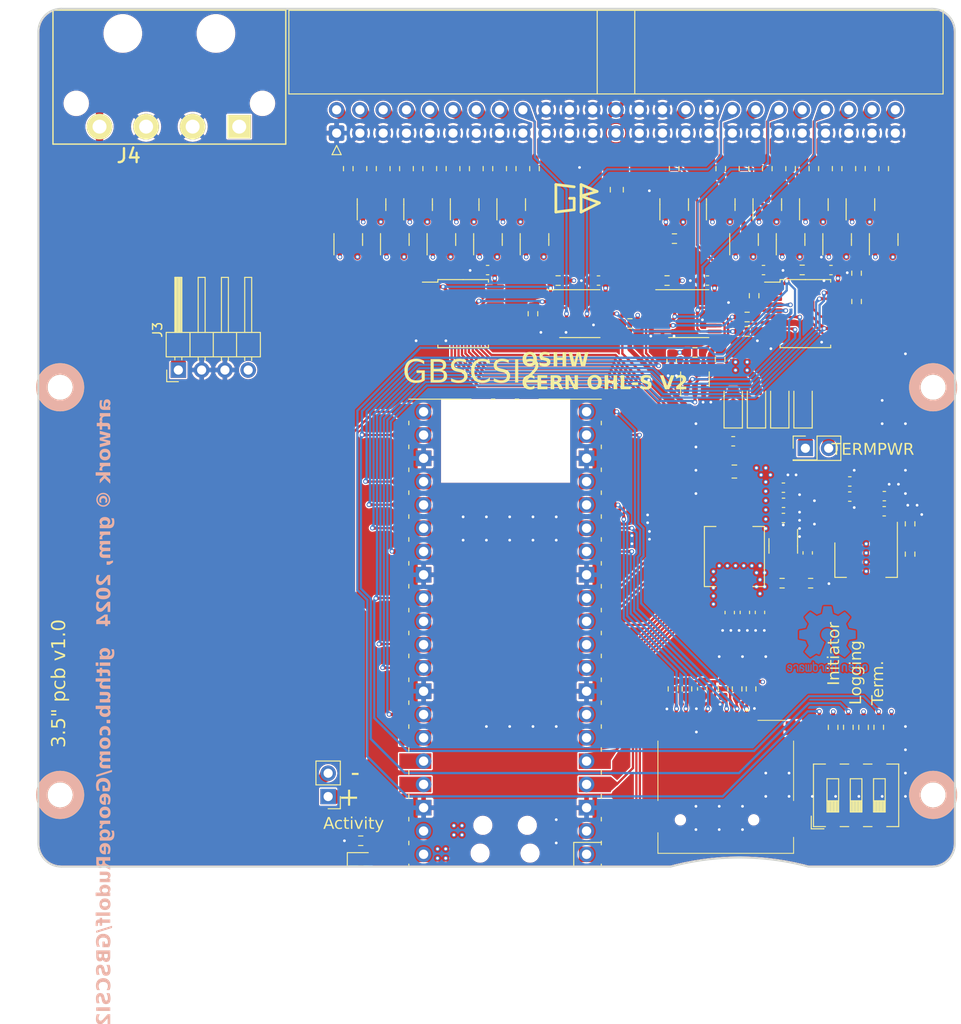
<source format=kicad_pcb>
(kicad_pcb (version 20221018) (generator pcbnew)
  (title_block (title "GBSCSI model 2, 3.5in form factor") (date "2024-01-10") (rev "1.0") (comment 2 "Verified by Joan S.T.") (comment 3 "Drawn by George R. M."))
  (layers (0 "F.Cu" signal) (1 "In1.Cu" signal) (2 "In2.Cu" signal) (31 "B.Cu" signal) (34 "B.Paste" user) (35 "F.Paste" user) (36 "B.SilkS" user "B.Silkscreen") (37 "F.SilkS" user "F.Silkscreen") (38 "B.Mask" user) (39 "F.Mask" user) (44 "Edge.Cuts" user))
  (net 0 "")
  (net 1 "GND")
  (net 2 "+3V3")
  (net 3 "+5V")
  (net 4 "Net-(U3-A0)")
  (net 5 "Net-(D1-A)")
  (net 6 "Net-(D2-K)")
  (net 7 "/5V_IN")
  (net 8 "Net-(D4-A)")
  (net 9 "/VBUS")
  (net 10 "/TERMPWR")
  (net 11 "/SDIO_D2")
  (net 12 "/SDIO_D3")
  (net 13 "/SDIO_CMD")
  (net 14 "/SDIO_CLK")
  (net 15 "/SDIO_D0")
  (net 16 "/SDIO_D1")
  (net 17 "/~{SCSI_SD0}")
  (net 18 "/~{SCSI_SD1}")
  (net 19 "/~{SCSI_SD2}")
  (net 20 "/~{SCSI_SD3}")
  (net 21 "/~{SCSI_SD4}")
  (net 22 "/~{SCSI_SD5}")
  (net 23 "/~{SCSI_SD6}")
  (net 24 "/~{SCSI_SD7}")
  (net 25 "/~{SCSI_SDP}")
  (net 26 "/SCSI_~{ATTN}")
  (net 27 "/~{SCSI_BSY}")
  (net 28 "/~{SCSI_ACK}")
  (net 29 "/~{SCSI_MSG}")
  (net 30 "/~{SCSI_SEL}")
  (net 31 "/SCSI_~{C}{slash}D")
  (net 32 "/SCSI_~{REQ}")
  (net 33 "/~{INITIATOR}")
  (net 34 "/~{DEBUG}")
  (net 35 "/~{TERM_EN}")
  (net 36 "/~{MCU_ATTN}")
  (net 37 "/~{MCU_REQ}")
  (net 38 "/~{BUS_DIR}")
  (net 39 "/~{RST_OUT}")
  (net 40 "/~{MCU_SEL_OUT}")
  (net 41 "/~{MCU_ACK}")
  (net 42 "Net-(U3-B1)")
  (net 43 "Net-(R18-Pad1)")
  (net 44 "/MCU_RST")
  (net 45 "Net-(R19-Pad1)")
  (net 46 "/~{MCU_SDP}")
  (net 47 "/~{MCU_CD{slash}SEL_IN}")
  (net 48 "Net-(R20-Pad2)")
  (net 49 "/~{MCU_MSG{slash}BSY_IN}")
  (net 50 "Net-(R21-Pad2)")
  (net 51 "/~{MCU_IO}")
  (net 52 "/~{MCU_SD0}")
  (net 53 "/~{MCU_SD1}")
  (net 54 "/~{MCU_SD2}")
  (net 55 "/~{MCU_SD3}")
  (net 56 "/~{MCU_SD4}")
  (net 57 "/~{MCU_SD5}")
  (net 58 "/~{MCU_SD6}")
  (net 59 "/~{MCU_SD7}")
  (net 60 "/SYS~{RST}")
  (net 61 "/~{MCU_BSY_OUT}")
  (net 65 "/~{SCSI_RST}")
  (net 66 "/ACTY")
  (net 67 "/5V_TIE")
  (net 68 "Net-(F2-Pad1)")
  (net 69 "/SCSI_I{slash}~{O} ")
  (net 70 "Net-(Q1-D)")
  (net 71 "Net-(Q2-D)")
  (net 72 "Net-(Q3-D)")
  (net 73 "Net-(Q4-D)")
  (net 74 "Net-(Q5-D)")
  (net 75 "Net-(Q6-D)")
  (net 76 "Net-(Q7-D)")
  (net 77 "Net-(Q8-D)")
  (net 78 "Net-(Q9-D)")
  (net 79 "Net-(Q10-D)")
  (net 80 "Net-(Q11-D)")
  (net 81 "Net-(Q12-D)")
  (net 82 "Net-(Q13-D)")
  (net 83 "Net-(Q14-D)")
  (net 84 "Net-(Q15-D)")
  (net 85 "Net-(Q16-D)")
  (net 86 "Net-(Q17-D)")
  (net 87 "Net-(Q18-D)")
  (net 88 "+2V8")
  (net 89 "Net-(U8-SW)")
  (net 90 "Net-(U8-BST)")
  (net 91 "Net-(U8-FB)")
  (net 93 "Net-(U7-GND)")
  (footprint "Resistor_SMD:R_0603_1608Metric" (layer "F.Cu") (at 96.067 117.322 90)
    (fp_text reference "R7" hide)
    (fp_text value "4k7")
  )
  (footprint "Resistor_SMD:R_0603_1608Metric" (layer "F.Cu") (at 95.4204 72.792 180)
    (fp_text reference "R13" hide)
    (fp_text value "4k7")
  )
  (footprint "LED_SMD:LED_0603_1608Metric" (layer "F.Cu") (at 62.018 135.911)
    (fp_text reference "D1" hide)
    (fp_text value "YELLOW")
  )
  (footprint "Resistor_SMD:R_0603_1608Metric" (layer "F.Cu") (at 101.54 117.322 90)
    (fp_text reference "R3" hide)
    (fp_text value "4k7")
  )
  (footprint "Package_TO_SOT_SMD:SOT-23" (layer "F.Cu") (at 108.898 68.3195 90)
    (fp_text reference "Q14" hide)
    (fp_text value "AO3401A")
  )
  (footprint "Resistor_SMD:R_0603_1608Metric" (layer "F.Cu") (at 65.718 60.587 -90)
    (fp_text reference "R24" hide)
    (fp_text value "110")
  )
  (footprint "Connector_PinHeader_2.54mm:PinHeader_1x02_P2.54mm_Vertical" (layer "F.Cu") (at 58.442 129.057 180)
    (fp_text reference "J1" hide)
    (fp_text value "Conn_01x02")
  )
  (footprint "Resistor_SMD:R_0603_1608Metric" (layer "F.Cu") (at 101.210615 81.3896 -90)
    (fp_text reference "R18" hide)
    (fp_text value "4k7")
  )
  (footprint "Capacitor_SMD:C_0603_1608Metric" (layer "F.Cu") (at 108.126 97.03)
    (fp_text reference "C17" hide)
    (fp_text value "1uF")
  )
  (footprint "Resistor_SMD:R_0603_1608Metric" (layer "F.Cu") (at 61.998 133.879)
    (fp_text reference "R14" hide)
    (fp_text value "510")
  )
  (footprint "Resistor_SMD:R_0603_1608Metric" (layer "F.Cu") (at 83.5332 72.792 180)
    (fp_text reference "R10" hide)
    (fp_text value "4k7")
  )
  (footprint "Resistor_SMD:R_0603_1608Metric" (layer "F.Cu") (at 116.518 60.587 -90)
    (fp_text reference "R38" hide)
    (fp_text value "110")
  )
  (footprint "GBSCSI:MH2.5_NPTH" (layer "F.Cu") (at 124.45 128.88)
    (fp_text reference "H4" hide)
    (fp_text value "~" hide)
  )
  (footprint "Fiducial:Fiducial_0.5mm_Mask1mm" (layer "F.Cu") (at 122 45.65)
    (fp_text reference "FID3" hide)
    (fp_text value "Fiducial")
  )
  (footprint "Resistor_SMD:R_0603_1608Metric" (layer "F.Cu") (at 111.438 60.587 -90)
    (fp_text reference "R36" hide)
    (fp_text value "110")
  )
  (footprint "Resistor_SMD:R_0603_1608Metric" (layer "F.Cu") (at 101.278 60.587 -90)
    (fp_text reference "R32" hide)
    (fp_text value "110")
  )
  (footprint "Package_SO:TSSOP-14_4.4x5mm_P0.65mm" (layer "F.Cu") (at 97.782666 76.399)
    (fp_text reference "U6" hide)
    (fp_text value "74LVT125")
  )
  (footprint "GBSCSI:RPi_Pico_W_SMD_TH" (layer "F.Cu") (at 77.746 111.2266 180)
    (fp_text reference "U1" hide)
    (fp_text value "Pico W")
  )
  (footprint "Resistor_SMD:R_0603_1608Metric" (layer "F.Cu") (at 121.938 99.322 -90)
    (fp_text reference "R45" hide)
    (fp_text value "0")
  )
  (footprint "Resistor_SMD:R_0603_1608Metric" (layer "F.Cu") (at 80.79 76.4112 90)
    (fp_text reference "R19" hide)
    (fp_text value "1k")
  )
  (footprint "Package_TO_SOT_SMD:SOT-23" (layer "F.Cu") (at 65.718 68.3195 90)
    (fp_text reference "Q3" hide)
    (fp_text value "AO3401A")
  )
  (footprint "Package_TO_SOT_SMD:SOT-23" (layer "F.Cu") (at 106.358 64.5095 90)
    (fp_text reference "Q13" hide)
    (fp_text value "AO3401A")
  )
  (footprint "Package_TO_SOT_SMD:SOT-23" (layer "F.Cu") (at 111.438 64.5095 90)
    (fp_text reference "Q15" hide)
    (fp_text value "AO3401A")
  )
  (footprint "Capacitor_SMD:C_0603_1608Metric" (layer "F.Cu") (at 105.94 71.649)
    (fp_text reference "C2" hide)
    (fp_text value "12pF")
  )
  (footprint "Package_TO_SOT_SMD:SOT-23" (layer "F.Cu") (at 78.418 64.5095 90)
    (fp_text reference "Q8" hide)
    (fp_text value "AO3401A")
  )
  (footprint "Resistor_SMD:R_0603_1608Metric" (layer "F.Cu") (at 91.3686 77.478 180)
    (fp_text reference "R11" hide)
    (fp_text value "4k7")
  )
  (footprint "Fuse:Fuse_0805_2012Metric" (layer "F.Cu") (at 89.938 62.886 -90)
    (fp_text reference "F1" hide)
    (fp_text value "1A")
  )
  (footprint "Resistor_SMD:R_0603_1608Metric" (layer "F.Cu") (at 60.638 60.587 -90)
    (fp_text reference "R22" hide)
    (fp_text value "110")
  )
  (footprint "Package_TO_SOT_SMD:SOT-23" (layer "F.Cu") (at 80.958 68.3195 90)
    (fp_text reference "Q9" hide)
    (fp_text value "AO3401A")
  )
  (footprint "Resistor_SMD:R_0603_1608Metric" (layer "F.Cu") (at 96.198 60.587 -90)
    (fp_text reference "R31" hide)
    (fp_text value "110")
  )
  (footprint "Capacitor_SMD:C_0603_1608Metric" (layer "F.Cu") (at 95.921815 81.518 -90)
    (fp_text reference "C7" hide)
    (fp_text value "100nF")
  )
  (footprint "Resistor_SMD:R_0603_1608Metric" (layer "F.Cu") (at 116.096 71.9916 90)
    (fp_text reference "R15" hide)
    (fp_text value "1k")
  )
  (footprint "Button_Switch_SMD:SW_DIP_SPSTx03_Slide_6.7x9.18mm_W8.61mm_P2.54mm_LowProfile" (layer "F.Cu") (at 116.0452 128.9254 90)
    (fp_text reference "SW1" hide)
    (fp_text value "SW_DIP_x03")
  )
  (footprint "Connector_IDC:IDC-Header_2x25_P2.54mm_Horizontal" (layer "F.Cu") (at 59.368 56.714 90)
    (fp_text reference "J6" hide)
    (fp_text value "SCSI_50P_2.54mm")
  )
  (footprint "GBSCSI:DRVPWR" (layer "F.Cu") (at 42.39 61.09)
    (fp_text reference "J4")
    (fp_text value "Conn_01x04" hide)
  )
  (footprint "Resistor_SMD:R_0603_1608Metric" (layer "F.Cu") (at 70.798 60.587 -90)
    (fp_text reference "R26" hide)
    (fp_text value "110")
  )
  (footprint "Resistor_SMD:R_0603_1608Metric" (layer "F.Cu") (at 97.591 117.322 90)
    (fp_text reference "R5" hide)
    (fp_text value "4k7")
  )
  (footprint "Inductor_SMD:L_0603_1608Metric" (layer "F.Cu") (at 102.638 90.318)
    (fp_text reference "L1" hide)
    (fp_text value "Ferrite_Bead_Small")
  )
  (footprint "Diode_SMD:D_SOD-123" (layer "F.Cu") (at 102.638 86.508 90)
    (fp_text reference "D4" hide)
    (fp_text value "D_Schottky")
  )
  (footprint "Resistor_SMD:R_0603_1608Metric" (layer "F.Cu") (at 104.588 117.322 90)
    (fp_text reference "R1" hide)
    (fp_text value "4k7")
  )
  (footprint "Diode_SMD:D_SOD-123" (layer "F.Cu") (at 107.718 86.508 90)
    (fp_text reference "D3" hide)
    (fp_text value "D_Schottky")
  )
  (footprint "Capacitor_SMD:C_0603_1608Metric" (layer "F.Cu") (at 119.112 97.951)
    (fp_text reference "C11" hide)
    (fp_text value "100nF")
  )
  (footprint "Package_SO:TSSOP-14_4.4x5mm_P0.65mm" (layer "F.Cu") (at 85.903333 76.399)
    (fp_text reference "U5" hide)
    (fp_text value "74LVT125")
  )
  (footprint "Fiducial:Fiducial_0.5mm_Mask1mm" (layer "F.Cu") (at 57.5 134.25)
    (fp_text reference "FID2" hide)
    (fp_text value "Fiducial")
  )
  (footprint "Resistor_SMD:R_0603_1608Metric" (layer "F.Cu") (at 121.938 102.624 -90)
    (fp_text reference "R44" hide)
    (fp_text value "~")
  )
  (footprint "Capacitor_SMD:C_0603_1608Metric" (layer "F.Cu") (at 115.357 94.7)
    (fp_text reference "C8" hide)
    (fp_text value "1uF")
  )
  (footprint "Inductor_SMD:L_Vishay_IHLP-2525" (layer "F.Cu") (at 102.766 102.885 -90)
    (fp_text reference "L2" hide)
    (fp_text value "2.2uH")
  )
  (footprint "Capacitor_SMD:C_0603_1608Metric" (layer "F.Cu") (at 103.909 108.981 -90)
    (fp_text reference "C13" hide)
    (fp_text value "22uF")
  )
  (footprint "Package_TO_SOT_SMD:TSOT-23-6" (layer "F.Cu") (at 108.1 101.729 -90)
    (fp_text reference "U8" hide)
    (fp_text value "AP62250WU")
  )
  (footprint "Package_TO_SOT_SMD:SOT-23" (layer "F.Cu") (at 73.338 64.5095 90)
    (fp_text reference "Q6" hide)
    (fp_text value "AO3401A")
  )
  (footprint "Capacitor_SMD:C_0603_1608Metric" (layer "F.Cu") (at 87.9398 72.792 180)
    (fp_text reference "C5" hide)
    (fp_text value "100nF")
  )
  (footprint "Resistor_SMD:R_0603_1608Metric" (layer "F.Cu") (at 103.064 117.322 90)
    (fp_text reference "R2" hide)
    (fp_text value "4k7")
  )
  (footprint "Package_TO_SOT_SMD:SOT-23-5" (layer "F.Cu") (at 98.461815 83.55 90)
    (fp_text reference "U4" hide)
    (fp_text value "74AHCT1G125")
  )
  (footprint "Package_TO_SOT_SMD:SOT-23" (layer "F.Cu") (at 119.058 68.3195 90)
    (fp_text reference "Q18" hide)
    (fp_text value "AO3401A")
  )
  (footprint "Package_SO:SSOP-20_5.3x7.2mm_P0.65mm" (layer "F.Cu") (at 73.174 76.399)
    (fp_text reference "U2" hide)
    (fp_text value "74LVT245")
  )
  (footprint "GBSCSI:MH2.5_NPTH" (layer "F.Cu") (at 29.2 84.43)
    (fp_text reference "H1" hide)
    (fp_text value "~" hide)
  )
  (footprint "Fuse:Fuse_0805_2012Metric" (layer "F.Cu") (at 102.765 93.62)
    (fp_text reference "F2" hide)
    (fp_text value "1A")
  )
  (footprint "Resistor_SMD:R_0603_1608Metric" (layer "F.Cu") (at 113.978 60.587 -90)
    (fp_text reference "R37" hide)
    (fp_text value "110")
  )
  (footprint "Package_TO_SOT_SMD:SOT-23" (layer "F.Cu") (at 75.878 68.3195 90)
    (fp_text reference "Q7" hide)
    (fp_text value "AO3401A")
  )
  (footprint "Connector_PinHeader_2.54mm:PinHeader_1x04_P2.54mm_Horizontal" (layer "F.Cu") (at 42.1 82.55 90)
    (fp_text reference "J3")
    (fp_text value "Conn_01x04")
  )
  (footprint "GBSCSI:TF01A" (layer "F.Cu") (at 101.825 128)
    (fp_text reference "J2" hide)
    (fp_text value "TF003" hide)
  )
  (footprint "Resistor_SMD:R_0603_1608Metric" (layer "F.Cu") (at 63.178 60.587 -90)
    (fp_text reference "R23" hide)
    (fp_text value "110")
  )
  (footprint "Package_TO_SOT_SMD:SOT-23" (layer "F.Cu") (at 70.798 68.3195 90)
    (fp_text reference "Q5" hide)
    (fp_text value "AO3401A")
  )
  (footprint "Connector_PinHeader_2.54mm:PinHeader_2x01_P2.54mm_Vertical" (layer "F.Cu") (at 110.512 91.08)
    (fp_text reference "JP3" hide)
    (fp_text value "Jumper_2_Open")
  )
  (footprint "Resistor_SMD:R_0603_1608Metric" (layer "F.Cu") (at 116.858 121.5094 -90)
    (fp_text reference "R6" hide)
    (fp_text value "1k")
  )
  (footprint "Capacitor_SMD:C_0603_1608Metric" (layer "F.Cu") (at 108.113 98.681)
    (fp_text reference "C18" hide)
    (fp_text value "100nF")
  )
  (footprint "GBSCSI:MH2.5_NPTH" (layer "F.Cu") (at 29.2 128.88)
    (fp_text reference "H2" hide)
    (fp_text value "~" hide)
  )
  (footprint "Resistor_SMD:R_0603_1608Metric" (layer "F.Cu") (at 110.1646 71.636)
    (fp_text reference "R8" hide)
    (fp_text value "4k7")
  )
  (footprint "Resistor_SMD:R_0603_1608Metric" (layer "F.Cu") (at 73.338 60.587 -90)
    (fp_text reference "R27" hide)
    (fp_text value "110")
  )
  (footprint "Resistor_SMD:R_0603_1608Metric" (layer "F.Cu") (at 108.898 60.587 -90)
    (fp_text reference "R35" hide)
    (fp_text value "110")
  )
  (footprint "Package_TO_SOT_SMD:SOT-23" (layer "F.Cu") (at 116.518 64.5095 90)
    (fp_text reference "Q17" hide)
    (fp_text value "AO3401A")
  )
  (footprint "Resistor_SMD:R_0603_1608Metric" (layer "F.Cu") (at 103.818 60.587 -90)
    (fp_text reference "R33" hide)
    (fp_text value "110")
  )
  (footprint "Resistor_SMD:R_0603_1608Metric" (layer "F.Cu") (at 116.1 75.078 90)
    (fp_text reference "R17" hide)
    (fp_text value "1k")
  )
  (footprint "Capacitor_SMD:C_0603_1608Metric" (layer "F.Cu") (at 99.827 72.792 180)
    (fp_text reference "C6" hide)
    (fp_text value "100nF")
  )
  (footprint "Capacitor_SMD:C_0603_1608Metric" (layer "F.Cu") (at 75.841 71.649 180)
    (fp_text reference "C4" hide)
    (fp_text value "100nF")
  )
  (footprint "Fiducial:Fiducial_0.5mm_Mask1mm" (layer "F.Cu") (at 122.05 134.2)
    (fp_text reference "FID1" hide)
    (fp_text value "Fiducial")
  )
  (footprint "Resistor_SMD:R_0603_1608Metric" (layer "F.Cu") (at 75.878 60.587 -90)
    (fp_text reference "R28" hide)
    (fp_text value "110")
  )
  (footprint "Diode_SMD:D_SOD-123" (layer "F.Cu") (at 105.178 86.508 90)
    (fp_text reference "D5" hide)
    (fp_text value "D_Schottky")
  )
  (footprint "Package_TO_SOT_SMD:SOT-23" (layer "F.Cu") (at 101.278 64.5095 90)
    (fp_text reference "Q11" hide)
    (fp_text value "AO3401A")
  )
  (footprint "Package_TO_SOT_SMD:SOT-23" (layer "F.Cu") (at 113.978 68.3195 90)
    (fp_text reference "Q16" hide)
    (fp_text value "AO3401A")
  )
  (footprint "Package_SO:SSOP-20_5.3x7.2mm_P0.65mm" (layer "F.Cu") (at 110.512 76.399)
    (fp_text reference "U3" hide)
    (fp_text value "74LVT245")
  )
  (footprint "Resistor_SMD:R_0603_1608Metric" (layer "F.Cu") (at 106.358 60.587 -90)
    (fp_text reference "R34" hide)
    (fp_text value "110")
  )
  (footprint "Resistor_SMD:R_0603_1608Metric" (layer "F.Cu") (at 115.198534 121.5094 90)
    (fp_text reference "R9" hide)
    (fp_text value "4k7")
  )
  (footprint "Resistor_SMD:R_0603_1608Metric" (layer "F.Cu") (at 118.517468 121.5094 90)
    (fp_text reference "R43" hide)
    (fp_text value "4k7")
  )
  (footprint "Capacitor_SMD:C_0603_1608Metric" (layer "F.Cu") (at 99.254 117.322 -90)
    (fp_text reference "C1" hide)
    (fp_text value "10uF")
  )
  (footprint "Capacitor_SMD:C_0603_1608Metric" (layer "F.Cu") (at 115.357 96.351)
    (fp_text reference "C10" hide)
    (fp_text value "100nF")
  )
  (footprint "Resistor_SMD:R_0603_1608Metric" (layer "F.Cu") (at 104.921 74.443 90)
    (fp_text reference "R16" hide)
    (fp_text value "110")
  )
  (footprint "Resistor_SMD:R_0603_1608Metric" (layer "F.Cu") (at 78.418 60.587 -90)
    (fp_text reference "R29" hide)
    (fp_text value "110")
  )
  (footprint "Package_TO_SOT_SMD:SOT-23" (layer "F.Cu") (at 68.258 64.5095 90)
    (fp_text reference "Q4" hide)
    (fp_text value "AO3401A")
  )
  (footprint "Resistor_SMD:R_0603_1608Metric" (layer "F.Cu") (at 107.973 105.793)
    (fp_text reference "R41" hide)
    (fp_text value "31k6")
  )
  (footprint "Resistor_SMD:R_0603_1608Metric" (layer "F.Cu") (at 96.225 68.22 180)
    (fp_text reference "R40" hide)
    (fp_text value "4k7")
  )
  (footprint "Resistor_SMD:R_0603_1608Metric" (layer "F.Cu") (at 113.539068 121.5094 -90)
    (fp_text reference "R4" hide)
    (fp_text value "1k")
  )
  (footprint "GBSCSI:MH2.5_NPTH" (layer "F.Cu") (at 124.45 84.43)
    (fp_text reference "H3" hide)
    (fp_text value "~" hide)
  )
  (footprint "Capacitor_SMD:C_0603_1608Metric" (layer "F.Cu") (at 102.258 108.994 -90)
    (fp_text reference "C16" hide)
    (fp_text value "100nF")
  )
  (footprint "Package_TO_SOT_SMD:SOT-23" (layer "F.Cu") (at 96.198 64.5095 90)
    (fp_text reference "Q10" hide)
    (fp_text value "AO3401A")
  )
  (footprint "Capacitor_SMD:C_0603_1608Metric" (layer "F.Cu") (at 105.56 108.981 -90)
    (fp_text reference "C12" hide)
    (fp_text value "22uF")
  )
  (footprint "Capacitor_SMD:C_0603_1608Metric" (layer "F.Cu") (at 110.767 102.491 -90)
    (fp_text reference "C14" hide)
    (fp_text value "100nF")
  )
  (footprint "Capacitor_SMD:C_0603_1608Metric" (layer "F.Cu") (at 113.306 71.649 180)
    (fp_text reference "C3" hide)
    (fp_text value "100nF")
  )
  (footprint "Resistor_SMD:R_0603_1608Metric" (layer "F.Cu") (at 68.258 60.587 -90)
    (fp_text reference "R25" hide)
    (fp_text value "110")
  )
  (footprint "Resistor_SMD:R_0603_1608Metric" (layer "F.Cu") (at 80.958 60.587 -90)
    (fp_text reference "R30" hide)
    (fp_text value "110")
  )
  (footprint "Capacitor_SMD:C_0603_1608Metric" (layer "F.Cu") (at 119.125 96.3)
    (fp_text reference "C9" hide)
    (fp_text value "1uF")
  )
  (footprint "Package_TO_SOT_SMD:SOT-23" (layer "F.Cu") (at 63.178 64.5095 90)
    (fp_text reference "Q2" hide)
    (fp_text value "AO3401A")
  )
  (footprint "Resistor_SMD:R_0603_1608Metric" (layer "F.Cu") (at 111.084 105.793)
    (fp_text reference "R42" hide)
    (fp_text value "10k")
  )
  (footprint "Resistor_SMD:R_0603_1608Metric" (layer "F.Cu") (at 104.158 78.3416 180)
    (fp_text reference "R21" hide)
    (fp_text value "1k")
  )
  (footprint "Resistor_SMD:R_0603_1608Metric" (layer "F.Cu") (at 104.158 76.7668 180)
    (fp_text reference "R20" hide)
    (fp_text value "1k")
  )
  (footprint "Package_TO_SOT_SMD:SOT-223-3_TabPin2" (layer "F.Cu") (at 117.138 103.249 -90)
    (fp_text reference "U7" hide)
    (fp_text value "AZ1117-2.85")
  )
  (footprint "Resistor_SMD:R_0603_1608Metric" (layer "F.Cu") (at 98.461815 80.629)
    (fp_text reference "R12" hide)
    (fp_text value "4k7")
  )
  (footprint "Resistor_SMD:R_0603_1608Metric" (layer "F.Cu") (at 119.058 60.587 -90)
    (fp_text reference "R39" hide)
    (fp_text value "110")
  )
  (footprint "Package_TO_SOT_SMD:SOT-23" (layer "F.Cu") (at 60.638 68.3195 90)
    (fp_text reference "Q1" hide)
    (fp_text value "AO3401A")
  )
  (footprint "Capacitor_SMD:C_0603_1608Metric" (layer "F.Cu") (at 108.113 95.379)
    (fp_text reference "C15" hide)
    (fp_text value "10uF")
  )
  (footprint "Package_TO_SOT_SMD:SOT-23" (layer "F.Cu") (at 103.818 68.3195 90)
    (fp_text reference "Q12" hide)
    (fp_text value "AO3401A")
  )
  (footprint "Diode_SMD:D_SOD-123" (layer "F.Cu") (at 110.258 86.508 90)
    (fp_text reference "D2" hide)
    (fp_text value "D_Schottky")
  )
  (footprint "Symbol:OSHW-Logo2_9.8x8mm_Copper" (layer "B.Cu") (at 112.921 112.022 180)
    (fp_text reference "REF**" hide)
    (fp_text value "OSHW-Logo2_9.8x8mm_Copper" hide)
  )
  (gr_line (start 88.038 64.326) (end 86.038 63.576) (stroke (width 0.3)) (layer "F.SilkS"))
  (gr_line (start 83.288 65.322) (end 85.288 65.072) (stroke (width 0.3)) (layer "F.SilkS"))
  (gr_line (start 87.788 63.076) (end 86.038 63.576) (stroke (width 0.3)) (layer "F.SilkS"))
  (gr_line (start 85.288 65.072) (end 85.288 63.822) (stroke (width 0.3)) (layer "F.SilkS"))
  (gr_line (start 83.288 62.322) (end 85.288 62.572) (stroke (width 0.3)) (layer "F.SilkS"))
  (gr_line (start 83.288 62.322) (end 83.288 65.322) (stroke (width 0.3)) (layer "F.SilkS"))
  (gr_line (start 86.038 65.326) (end 88.038 64.326) (stroke (width 0.3)) (layer "F.SilkS"))
  (gr_line (start 84.788 63.822) (end 85.288 63.822) (stroke (width 0.3)) (layer "F.SilkS"))
  (gr_line (start 86.038 62.326) (end 87.788 63.076) (stroke (width 0.3)) (layer "F.SilkS"))
  (gr_line (start 86.038 65.326) (end 86.038 62.326) (stroke (width 0.3)) (layer "F.SilkS"))
  (gr_arc (start 95.825 136.7) (mid 103.325 135.712606) (end 110.825 136.7) (stroke (width 0.2)) (layer "Edge.Cuts"))
  (gr_line (start 26.825 134.2) (end 26.825 45.65) (stroke (width 0.2)) (layer "Edge.Cuts"))
  (gr_arc (start 26.825 45.65) (mid 27.557233 43.882233) (end 29.325 43.15) (stroke (width 0.2)) (layer "Edge.Cuts"))
  (gr_line (start 29.325 43.15) (end 124.325 43.15) (stroke (width 0.2)) (layer "Edge.Cuts"))
  (gr_arc (start 126.825 134.2) (mid 126.092767 135.967767) (end 124.325 136.7) (stroke (width 0.2)) (layer "Edge.Cuts"))
  (gr_arc (start 29.325 136.7) (mid 27.557233 135.967767) (end 26.825 134.2) (stroke (width 0.2)) (layer "Edge.Cuts"))
  (gr_line (start 126.825 134.2) (end 126.825 45.65) (stroke (width 0.2)) (layer "Edge.Cuts"))
  (gr_line (start 110.825 136.7) (end 124.325 136.7) (stroke (width 0.2)) (layer "Edge.Cuts"))
  (gr_line (start 29.325 136.7) (end 95.825 136.7) (stroke (width 0.2)) (layer "Edge.Cuts"))
  (gr_arc (start 124.325 43.15) (mid 126.092767 43.882233) (end 126.825 45.65) (stroke (width 0.2)) (layer "Edge.Cuts"))
  (gr_text "artwork © grm, 2024   github.com/GeorgeRudolf/GBSCSI2" (at 34.925 85.65 90) (layer "B.SilkS") (effects (font (size 1.5 1.5) (thickness 0.3) bold italic) (justify left bottom mirror)))
  (gr_text "3.5{dblquote} pcb v1.0" (at 30 123.75 90) (layer "F.SilkS") (effects (font (size 1.5 1.5)) (justify left bottom)))
  (gr_text "GBSCSI2" (at 66.566 84.336) (layer "F.SilkS") (effects (font (size 2.5 2.5) (thickness 0.15) italic) (justify left bottom)))
  (gr_text "Logging" (at 116.8072 112.022 90) (layer "F.SilkS") (effects (font (size 1.27 1.27) (thickness 0.1875)) (justify right bottom)))
  (gr_text "Activity" (at 64.55 132.8) (layer "F.SilkS") (effects (font (size 1.27 1.27) (thickness 0.1875)) (justify right bottom)))
  (gr_text "OSHW\nCERN OHL-S V2" (at 79.55 84.9) (layer "F.SilkS") (effects (font (size 1.5 1.5) (thickness 0.3) bold italic) (justify left bottom)))
  (gr_text "-" (at 61.9 127.7) (layer "F.SilkS") (effects (font (size 2 2) (thickness 0.1875)) (justify right bottom)))
  (gr_text "TERMPWR" (at 122.3952 92.0068) (layer "F.SilkS") (effects (font (size 1.27 1.27) (thickness 0.1875)) (justify right bottom)))
  (gr_text "Term." (at 119.2072 114.222 90) (layer "F.SilkS") (effects (font (size 1.27 1.27) (thickness 0.1875)) (justify right bottom)))
  (gr_text "Initiator" (at 114.4072 110.022 90) (layer "F.SilkS") (effects (font (size 1.27 1.27) (thickness 0.1875)) (justify right bottom)))
  (gr_text "+" (at 61.9 130.4) (layer "F.SilkS") (effects (font (size 2 2) (thickness 0.1875)) (justify right bottom)))
  (via (at 78.25 101.1) (size 0.5) (drill 0.3) (layers "F.Cu" "B.Cu") (net 1))
  (via (at 109.878 98.046) (size 0.5) (drill 0.3) (layers "F.Cu" "B.Cu") (net 1))
  (via (at 115.08 71.9408) (size 0.5) (drill 0.3) (layers "F.Cu" "B.Cu") (net 1))
  (via (at 96.429815 83.169) (size 0.5) (drill 0.3) (layers "F.Cu" "B.Cu") (net 1))
  (via (at 108.0696 71.6868) (size 0.5) (drill 0.3) (layers "F.Cu" "B.Cu") (net 1))
  (via (at 118.89 129.04) (size 0.5) (drill 0.3) (layers "F.Cu" "B.Cu") (net 1))
  (via (at 102.126 75.192) (size 0.5) (drill 0.3) (layers "F.Cu" "B.Cu") (net 1))
  (via (at 116.35 129.04) (size 0.5) (drill 0.3) (layers "F.Cu" "B.Cu") (net 1))
  (via (at 80.79 121.42) (size 0.5) (drill 0.3) (layers "F.Cu" "B.Cu") (net 1))
  (via (at 118.89 88.4) (size 0.5) (drill 0.3) (layers "F.Cu" "B.Cu") (net 1))
  (via (at 108.1 99.443) (size 0.5) (drill 0.3) (layers "F.Cu" "B.Cu") (net 1))
  (via (at 68.0392 79.3576) (size 0.5) (drill 0.3) (layers "F.Cu" "B.Cu") (net 1))
  (via (at 108.608 93.982) (size 0.5) (drill 0.3) (layers "F.Cu" "B.Cu") (net 1))
  (via (at 109.878 100.713) (size 0.5) (drill 0.3) (layers "F.Cu" "B.Cu") (net 1))
  (via (at 75.71 121.42) (size 0.5) (drill 0.3) (layers "F.Cu" "B.Cu") (net 1))
  (via (at 115.842 97.544) (size 0.5) (drill 0.3) (layers "F.Cu" "B.Cu") (net 1))
  (via (at 101.202 119.006) (size 0.5) (drill 0.3) (layers "F.Cu" "B.Cu") (net 1))
  (via (at 97.9604 72.8044) (size 0.5) (drill 0.3) (layers "F.Cu" "B.Cu") (net 1))
  (via (at 108.73 129.04) (size 0.5) (drill 0.3) (layers "F.Cu" "B.Cu") (net 1))
  (via (at 106.19 126.5) (size 0.5) (drill 0.3) (layers "F.Cu" "B.Cu") (net 1))
  (via (at 60.22 133.879) (size 0.5) (drill 0.3) (layers "F.Cu" "B.Cu") (net 1))
  (via (at 87.394 77.6304) (size 0.5) (drill 0.3) (layers "F.Cu" "B.Cu") (net 1))
  (via (at 121.43 80.78) (size 0.5) (drill 0.3) (layers "F.Cu" "B.Cu") (net 1))
  (via (at 93.5 100.15) (size 0.5) (drill 0.3) (layers "F.Cu" "B.Cu") (net 1))
  (via (at 121.43 123.96) (size 0.5) (drill 0.3) (layers "F.Cu" "B.Cu") (net 1))
  (via (at 101.1112 132.6616) (size 0.5) (drill 0.3) (layers "F.Cu" "B.Cu") (net 1))
  (via (at 95.540815 83.169) (size 0.5) (drill 0.3) (layers "F.Cu" "B.Cu") (net 1))
  (via (at 103.6512 132.6616) (size 0.5) (drill 0.3) (layers "F.Cu" "B.Cu") (net 1))
  (via (at 106.032 110.945) (size 0.5) (drill 0.3) (layers "F.Cu" "B.Cu") (net 1))
  (via (at 115.842 93.48) (size 0.5) (drill 0.3) (layers "F.Cu" "B.Cu") (net 1))
  (via (at 93.3 99.2) (size 0.5) (drill 0.3) (layers "F.Cu" "B.Cu") (net 1))
  (via (at 75.71 101.1) (size 0.5) (drill 0.3) (layers "F.Cu" "B.Cu") (net 1))
  (via (at 98.5712 132.6616) (size 0.5) (drill 0.3) (layers "F.Cu" "B.Cu") (net 1))
  (via (at 83.33 101.1) (size 0.5) (drill 0.3) (layers "F.Cu" "B.Cu") (net 1))
  (via (at 118.89 85.86) (size 0.5) (drill 0.3) (layers "F.Cu" "B.Cu") (net 1))
  (via (at 112.286 79.51) (size 0.5) (drill 0.3) (layers "F.Cu" "B.Cu") (net 1))
  (via (at 71.2904 79.3576) (size 0.5) (drill 0.3) (layers "F.Cu" "B.Cu") (net 1))
  (via (at 78.25 98.56) (size 0.5) (drill 0.3) (layers "F.Cu" "B.Cu") (net 1))
  (via (at 96.1824 78.8496) (size 0.5) (drill 0.3) (layers "F.Cu" "B.Cu") (net 1))
  (via (at 99.2812 77.0716) (size 0.5) (drill 0.3) (layers "F.Cu" "B.Cu") (net 1))
  (via (at 85.87 60.46) (size 0.5) (drill 0.3) (layers "F.Cu" "B.Cu") (net 1))
  (via (at 73.932 71.6868) (size 0.5) (drill 0.3) (layers "F.Cu" "B.Cu") (net 1))
  (via (at 120.668 95.004) (size 0.5) (drill 0.3) (layers "F.Cu" "B.Cu") (net 1))
  (via (at 106.19 113.8) (size 0.5) (drill 0.3) (layers "F.Cu" "B.Cu") (net 1))
  (via (at 105.082 110.945) (size 0.5) (drill 0.3) (layers "F.Cu" "B.Cu") (net 1))
  (via (at 113.81 129.04) (size 0.5) (drill 0.3) (layers "F.Cu" "B.Cu") (net 1))
  (via (at 121.43 96.02) (size 0.5) (drill 0.3) (layers "F.Cu" "B.Cu") (net 1))
  (via (at 95.402 119.506) (size 0.5) (drill 0.3) (layers "F.Cu" "B.Cu") (net 1))
  (via (at 75.71 98.56) (size 0.5) (drill 0.3) (layers "F.Cu" "B.Cu") (net 1))
  (via (at 121.43 126.5) (size 0.5) (drill 0.3) (layers "F.Cu" "B.Cu") (net 1))
  (via (at 112.54 72.8044) (size 0.5) (drill 0.3) (layers "F.Cu" "B.Cu") (net 1))
  (via (at 100.194615 86.0567) (size 0.5) (drill 0.3) (layers "F.Cu" "B.Cu") (net 1))
  (via (at 83.33 121.42) (size 0.5) (drill 0.3) (layers "F.Cu" "B.Cu") (net 1))
  (via (at 104.952 119.456) (size 0.5) (drill 0.3) (layers "F.Cu" "B.Cu") (net 1))
  (via (at 80.79 101.1) (size 0.5) (drill 0.3) (layers "F.Cu" "B.Cu") (net 1))
  (via (at 109.497 93.982) (size 0.5) (drill 0.3) (layers "F.Cu" "B.Cu") (net 1))
  (via (at 93.49 63) (size 0.5) (drill 0.3) (layers "F.Cu" "B.Cu") (net 1))
  (via (at 91.586 100.605) (size 0.5) (drill 0.3) (layers "F.Cu" "B.Cu") (net 1))
  (via (at 91.586 101.494) (size 0.5) (drill 0.3) (layers "F.Cu" "B.Cu") (net 1))
  (via (at 103.282 110.945) (size 0.5) (drill 0.3) (layers "F.Cu" "B.Cu") (net 1))
  (via (at 123.208 98.306) (size 0.5) (drill 0.3) (layers "F.Cu" "B.Cu") (net 1))
  (via (at 98.619 119.481) (size 0.5) (drill 0.3) (layers "F.Cu" "B.Cu") (net 1))
  (via (at 113.082 105.845) (size 0.5) (drill 0.3) (layers "F.Cu" "B.Cu") (net 1))
  (via (at 119.652 95.004) (size 0.5) (drill 0.3) (layers "F.Cu" "B.Cu") (net 1))
  (via (at 109.878 96.141) (size 0.5) (drill 0.3) (layers "F.Cu" "B.Cu") (net 1))
  (via (at 121.684 97.29) (size 0.5) (drill 0.3) (layers "F.Cu" "B.Cu") (net 1))
  (via (at 121.43 129.04) (size 0.5) (drill 0.3) (layers "F.Cu" "B.Cu") (net 1))
  (via (at 101.482 110.945) (size 0.5) (drill 0.3) (layers "F.Cu" "B.Cu") (net 1))
  (via (at 121.43 88.4) (size 0.5) (drill 0.3) (layers "F.Cu" "B.Cu") (net 1))
  (via (at 98.57 96.02) (size 0.5) (drill 0.3) (layers "F.Cu" "B.Cu") (net 1))
  (via (at 122.7 97.29) (size 0.5) (drill 0.3) (layers "F.Cu" "B.Cu") (net 1))
  (via (at 98.57 90.94) (size 0.5) (drill 0.3) (layers "F.Cu" "B.Cu") (net 1))
  (via (at 81.6536 78.4432) (size 0.5) (drill 0.3) (layers "F.Cu" "B.Cu") (net 1))
  (via (at 111.5 96.8) (size 0.5) (drill 0.3) (layers "F.Cu" "B.Cu") (net 1))
  (via (at 98.619 122.021) (size 0.5) (drill 0.3) (layers "F.Cu" "B.Cu") (net 1))
  (via (at 73.17 101.1) (size 0.5) (drill 0.3) (layers "F.Cu" "B.Cu") (net 1))
  (via (at 98.5712 130.1216) (size 0.5) (drill 0.3) (layers "F.Cu" "B.Cu") (net 1))
  (via (at 73.17 98.56) (size 0.5) (drill 0.3) (layers "F.Cu" "B.Cu") (net 1))
  (via (at 93.5 101) (size 0.5) (drill 0.3) (layers "F.Cu" "B.Cu") (net 1))
  (via (at 101.11 113.8) (size 0.5) (drill 0.3) (layers "F.Cu" "B.Cu") (net 1))
  (via (at 93.3 98.35) (size 0.5) (drill 0.3) (layers "F.Cu" "B.Cu") (net 1))
  (via (at 84.3968 78.4432) (size 0.5) (drill 0.3) (layers "F.Cu" "B.Cu") (net 1))
  (via (at 112.258885 70.239) (size 0.5) (drill 0.3) (layers "F.Cu" "B.Cu") (net 1))
  (via (at 106.7488 80.2212) (size 0.5) (drill 0.3) (layers "F.Cu" "B.Cu") (net 1))
  (via (at 99.350815 86.0567) (size 0.5) (drill 0.3) (layers "F.Cu" "B.Cu") (net 1))
  (via (at 121.43 121.42) (size 0.5) (drill 0.3) (layers "F.Cu" "B.Cu") (net 1))
  (via (at 103.6512 130.1216) (size 0.5) (drill 0.3) (layers "F.Cu" "B.Cu") (net 1))
  (via (at 86.0732 72.8044) (size 0.5) (drill 0.3) (layers "F.Cu" "B.Cu") (net 1))
  (via (at 103.65 113.8) (size 0.5) (drill 0.3) (layers "F.Cu" "B.Cu") (net 1))
  (via (at 93.6424 78.8496) (size 0.5) (drill 0.3) (layers "F.Cu" "B.Cu") (net 1))
  (via (at 108.73 126.5) (size 0.5) (drill 0.3) (layers "F.Cu" "B.Cu") (net 1))
  (via (at 101.1112 130.1216) (size 0.5) (drill 0.3) (layers "F.Cu" "B.Cu") (net 1))
  (via (at 98.57 93.48) (size 0.5) (drill 0.3) (layers "F.Cu" "B.Cu") (net 1))
  (via (at 104.182 110.945) (size 0.5) (drill 0.3) (layers "F.Cu" "B.Cu") (net 1))
  (via (at 109.878 98.935) (size 0.5) (drill 0.3) (layers "F.Cu" "B.Cu") (net 1))
  (via (at 106.19 129.04) (size 0.5) (drill 0.3) (layers "F.Cu" "B.Cu") (net 1))
  (via (at 83.33 131.58) (size 0.5) (drill 0.3) (layers "F.Cu" "B.Cu") (net 1))
  (via (at 105.2756 79.3576) (size 0.5) (drill 0.3) (layers "F.Cu" "B.Cu") (net 1))
  (via (at 98.57 88.4) (size 0.5) (drill 0.3) (layers "F.Cu" "B.Cu") (net 1))
  (via (at 78.25 121.42) (size 0.5) (drill 0.3) (layers "F.Cu" "B.Cu") (net 1))
  (via (at 121.43 93.48) (size 0.5) (drill 0.3) (layers "F.Cu" "B.Cu") (net 1))
  (via (at 80.79 98.56) (size 0.5) (drill 0.3) (layers "F.Cu" "B.Cu") (net 1))
  (via (at 83.33 98.56) (size 0.5) (drill 0.3) (layers "F.Cu" "B.Cu") (net 1))
  (via (at 102.382 110.945) (size 0.5) (drill 0.3) (layers "F.Cu" "B.Cu") (net 1))
  (via (at 83.33 134.12) (size 0.5) (drill 0.3) (layers "F.Cu" "B.Cu") (net 1))
  (via (at 109.878 99.824) (size 0.5) (drill 0.3) (layers "F.Cu" "B.Cu") (net 1))
  (via (at 111.27 129.04) (size 0.5) (drill 0.3) (layers "F.Cu" "B.Cu") (net 1))
  (via (at 111.5 99.35) (size 0.5) (drill 0.3) (layers "F.Cu" "B.Cu") (net 1))
  (segment (start 114.081 71.649) (end 114.081 72.5334) (width 0.381) (layer "F.Cu") (net 2))
  (segment (start 116.858 119.847866) (end 116.858 119.7944) (width 0.25) (layer "F.Cu") (net 2))
  (segment (start 113.540068 119.811332) (end 113.557 119.7944) (width 0.25) (layer "F.Cu") (net 2))
  (segment (start 92.1936 76.589) (end 92.22 76.5626) (width 0.25) (layer "F.Cu") (net 2))
  (segment (start 114.064 72.5494) (end 114.081 72.5664) (width 0.381) (layer "F.Cu") (net 2))
  (segment (start 113.539068 120.6844) (end 113.539068 119.811332) (width 0.25) (layer "F.Cu") (net 2))
  (segment (start 113.539068 119.811332) (end 113.556 119.7944) (width 0.25) (layer "F.Cu") (net 2))
  (segment (start 116.912466 119.7944) (end 116.875932 119.830934) (width 0.25) (layer "F.Cu") (net 2))
  (segment (start 92.1936 77.478) (end 92.1936 76.59) (width 0.25) (layer "F.Cu") (net 2))
  (segment (start 88.7148 72.791) (end 88.7148 73.6162) (width 0.381) (layer "F.Cu") (net 2))
  (segment (start 76.616 72.5588) (end 76.616 73.416) (width 0.381) (layer "F.Cu") (net 2))
  (segment (start 114.081 73.404) (end 114.012 73.473) (width 0.381) (layer "F.Cu") (net 2))
  (segment (start 88.7148 74.397967) (end 88.765833 74.449) (width 0.381) (layer "F.Cu") (net 2))
  (segment (start 100.602 72.792) (end 100.602 73.6172) (width 0.381) (layer "F.Cu") (net 2))
  (segment (start 114.081 71.648) (end 114.081 72.5324) (width 0.381) (layer "F.Cu") (net 2))
  (segment (start 76.6244 72.5494) (end 76.616 72.5578) (width 0.381) (layer "F.Cu") (net 2))
  (segment (start 88.7148 74.396967) (end 88.765833 74.448) (width 0.381) (layer "F.Cu") (net 2))
  (segment (start 96.810815 80.628) (end 97.636815 80.628) (width 0.25) (layer "F.Cu") (net 2))
  (segment (start 114.081 73.405) (end 114.012 73.474) (width 0.381) (layer "F.Cu") (net 2))
  (segment (start 100.602 72.791) (end 100.602 73.6162) (width 0.381) (layer "F.Cu") (net 2))
  (segment (start 76.616 72.542) (end 76.6244 72.5504) (width 0.381) (layer "F.Cu") (net 2))
  (segment (start 100.651 116.497) (end 100.397 116.497) (width 0.25) (layer "F.Cu") (net 2))
  (segment (start 114.081 72.5334) (end 114.064 72.5504) (width 0.381) (layer "F.Cu") (net 2))
  (segment (start 76.616 71.649) (end 76.616 72.542) (width 0.381) (layer "F.Cu") (net 2))
  (segment (start 116.858 120.720934) (end 116.858 119.847866) (width 0.25) (layer "F.Cu") (net 2))
  (segment (start 85.2604 72.8044) (end 85.248 72.792) (width 0.25) (layer "F.Cu") (net 2))
  (segment (start 105.796 116.497) (end 105.859 116.56) (width 0.25) (layer "F.Cu") (net 2))
  (segment (start 114.081 72.5664) (end 114.081 73.404) (width 0.381) (layer "F.Cu") (net 2))
  (segment (start 116.859 119.7944) (end 116.912466 119.7944) (width 0.25) (layer "F.Cu") (net 2))
  (segment (start 116.859 120.720934) (end 116.859 119.847866) (width 0.25) (layer "F.Cu") (net 2))
  (segment (start 85.248 72.792) (end 84.3582 72.792) (width 0.25) (layer "F.Cu") (net 2))
  (segment (start 104.589 116.497) (end 105.796 116.497) (width 0.25) (layer "F.Cu") (net 2))
  (segment (start 116.858 119.7944) (end 116.911466 119.7944) (width 0.25) (layer "F.Cu") (net 2))
  (segment (start 116.859 119.847866) (end 116.859 119.7944) (width 0.25) (layer "F.Cu") (net 2))
  (segment (start 100.602 73.6172) (end 100.602 74.405834) (width 0.381) (layer "F.Cu") (net 2))
  (segment (start 88.7148 73.6162) (end 88.7148 74.396967) (width 0.381) (layer "F.Cu") (net 2))
  (segment (start 76.616 71.648) (end 76.616 72.541) (width 0.381) (layer "F.Cu") (net 2))
  (segment (start 96.810815 80.628) (end 96.035815 80.628) (width 0.25) (layer "F.Cu") (net 2))
  (segment (start 114.081 72.5324) (end 114.064 72.5494) (width 0.381) (layer "F.Cu") (net 2))
  (segment (start 114.064 72.5504) (end 114.081 72.5674) (width 0.381) (layer "F.Cu") (net 2))
  (segment (start 97.511815 82.4125) (end 97.511815 80.754) (width 0.25) (layer "F.Cu") (net 2))
  (segment (start 88.7148 72.792) (end 88.7148 73.6172) (width 0.381) (layer "F.Cu") (net 2))
  (segment (start 96.2454 72.792) (end 97.0844 72.792) (width 0.25) (layer "F.Cu") (net 2))
  (segment (start 100.8 120.74) (end 100.8 119.63) (width 0.25) (layer "F.Cu") (net 2))
  (segment (start 85.248 72.791) (end 84.3582 72.791) (width 0.25) (layer "F.Cu") (net 2))
  (segment (start 97.0844 72.791) (end 97.0968 72.8034) (width 0.25) (layer "F.Cu") (net 2))
  (segment (start 116.911466 119.7944) (end 116.874932 119.830934) (width 0.25) (layer "F.Cu") (net 2))
  (segment (start 96.2454 72.791) (end 97.0844 72.791) (width 0.25) (layer "F.Cu") (net 2))
  (segment (start 100.602 74.405834) (end 100.645166 74.449) (width 0.381) (layer "F.Cu") (net 2))
  (segment (start 85.2604 72.8034) (end 85.248 72.791) (width 0.25) (layer "F.Cu") (net 2))
  (segment (start 97.0844 72.792) (end 97.0968 72.8044) (width 0.25) (layer "F.Cu") (net 2))
  (segment (start 92.1936 77.477) (end 92.1936 76.589) (width 0.25) (layer "F.Cu") (net 2))
  (segment (start 96.810815 80.629) (end 97.636815 80.629) (width 0.25) (layer "F.Cu") (net 2))
  (segment (start 100.602 73.6162) (end 100.602 74.404834) (width 0.381) (layer "F.Cu") (net 2))
  (segment (start 100.602 74.404834) (end 100.645166 74.448) (width 0.381) (layer "F.Cu") (net 2))
  (segment (start 104.588 116.497) (end 105.795 116.497) (width 0.25) (layer "F.Cu") (net 2))
  (segment (start 96.810815 80.629) (end 96.035815 80.629) (width 0.25) (layer "F.Cu") (net 2))
  (segment (start 100.8 119.63) (end 100.651 119.481) (width 0.25) (layer "F.Cu") (net 2))
  (segment (start 76.616 72.5578) (end 76.616 73.415) (width 0.381) (layer "F.Cu") (net 2))
  (segment (start 114.081 72.5674) (end 114.081 73.405) (width 0.381) (layer "F.Cu") (net 2))
  (segment (start 105.795 116.497) (end 105.858 116.56) (width 0.25) (layer "F.Cu") (net 2))
  (segment (start 88.7148 73.6172) (end 88.7148 74.397967) (width 0.381) (layer "F.Cu") (net 2))
  (segment (start 92.1936 76.59) (end 92.22 76.5636) (width 0.25) (layer "F.Cu") (net 2))
  (segment (start 76.616 72.541) (end 76.6244 72.5494) (width 0.381) (layer "F.Cu") (net 2))
  (segment (start 113.540068 120.6844) (end 113.540068 119.811332) (width 0.25) (layer "F.Cu") (net 2))
  (segment (start 96.206 116.497) (end 100.397 116.497) (width 0.25) (layer "F.Cu") (net 2))
  (segment (start 76.6244 72.5504) (end 76.616 72.5588) (width 0.381) (layer "F.Cu") (net 2))
  (segment (start 100.397 116.497) (end 104.588 116.497) (width 0.25) (layer "F.Cu") (net 2))
  (segment (start 100.651 119.481) (end 100.651 116.497) (width 0.25) (layer "F.Cu") (net 2))
  (via (at 100.48 108.079) (size 0.5) (drill 0.3) (layers "F.Cu" "B.Cu") (net 2))
  (via (at 100.48 107.19) (size 0.5) (drill 0.3) (layers "F.Cu" "B.Cu") (net 2))
  (via (at 105.179 106.174) (size 0.5) (drill 0.3) (layers "F.Cu" "B.Cu") (net 2))
  (via (at 106.068 104.65) (size 0.5) (drill 0.3) (layers "F.Cu" "B.Cu") (net 2))
  (via (at 104.671 103.888) (size 0.5) (drill 0.3) (layers "F.Cu" "B.Cu") (net 2))
  (via (at 105.179 104.65) (size 0.5) (drill 0.3) (layers "F.Cu" "B.Cu") (net 2))
  (via (at 105.858 116.56) (size 0.5) (drill 0.3) (layers "F.Cu" "B.Cu") (net 2))
  (via (at 96.810815 80.629) (size 0.5) (drill 0.3) (layers "F.Cu" "B.Cu") (net 2))
  (via (at 102.893 103.888) (size 0.5) (drill 0.3) (layers "F.Cu" "B.Cu") (net 2))
  (via (at 106.068 106.174) (size 0.5) (drill 0.3) (layers "F.Cu" "B.Cu") (net 2))
  (via (at 100.48 105.412) (size 0.5) (drill 0.3) (layers "F.Cu" "B.Cu") (net 2))
  (via (at 116.858 119.7944) (size 0.5) (drill 0.3) (layers "F.Cu" "B.Cu") (net 2))
  (via (at 103.782 103.888) (size 0.5) (drill 0.3) (layers "F.Cu" "B.Cu") (net 2))
  (via (at 102.004 103.888) (size 0.5) (drill 0.3) (layers "F.Cu" "B.Cu") (net 2))
  (via (at 114.064 72.5504) (size 0.5) (drill 0.3) (layers "F.Cu" "B.Cu") (net 2))
  (via (at 100.602 73.6172) (size 0.5) (drill 0.3) (layers "F.Cu" "B.Cu") (net 2))
  (via (at 105.56 103.888) (size 0.5) (drill 0.3) (layers "F.Cu" "B.Cu") (net 2))
  (via (at 105.56 106.936) (size 0.5) (drill 0.3) (layers "F.Cu" "B.Cu") (net 2))
  (via (at 88.7148 73.6162) (size 0.5) (drill 0.3) (layers "F.Cu" "B.Cu") (net 2))
  (via (at 105.56 105.412) (size 0.5) (drill 0.3) (layers "F.Cu" "B.Cu") (net 2))
  (via (at 85.2604 72.8044) (size 0.5) (drill 0.3) (layers "F.Cu" "B.Cu") (net 2))
  (via (at 92.22 76.5636) (size 0.5) (drill 0.3) (layers "F.Cu" "B.Cu") (net 2))
  (via (at 113.557 119.7944) (size 0.5) (drill 0.3) (layers "F.Cu" "B.Cu") (net 2))
  (via (at 76.6244 72.5504) (size 0.5) (drill 0.3) (layers "F.Cu" "B.Cu") (net 2))
  (via (at 97.0968 72.8044) (size 0.5) (drill 0.3) (layers "F.Cu" "B.Cu") (net 2))
  (via (at 100.48 104.523) (size 0.5) (drill 0.3) (layers "F.Cu" "B.Cu") (net 2))
  (via (at 101.115 103.888) (size 0.5) (drill 0.3) (layers "F.Cu" "B.Cu") (net 2))
  (via (at 100.48 106.301) (size 0.5) (drill 0.3) (layers "F.Cu" "B.Cu") (net 2))
  (segment (start 114.582 99.843) (end 114.582 94.7) (width 0.635) (layer "F.Cu") (net 3))
  (segment (start 114.582 94.7) (end 112.782 92.9) (width 0.635) (layer "F.Cu") (net 3))
  (segment (start 112.782 92.9) (end 107.35 92.9) (width 0.635) (layer "F.Cu") (net 3))
  (via (at 106.698 93.988) (size 0.5) (drill 0.3) (layers "F.Cu" "B.Cu") (net 3))
  (via (at 105.682 93.988) (size 0.5) (drill 0.3) (layers "F.Cu" "B.Cu") (net 3))
  (via (at 72.158 133.244) (size 0.5) (drill 0.3) (layers "F.Cu" "B.Cu") (net 3))
  (via (at 106.19 98.814) (size 0.5) (drill 0.3) (layers "F.Cu" "B.Cu") (net 3))
  (via (at 106.19 97.798) (size 0.5) (drill 0.3) (layers "F.Cu" "B.Cu") (net 3))
  (via (at 106.19 99.83) (size 0.5) (drill 0.3) (layers "F.Cu" "B.Cu") (net 3))
  (via (at 106.19 94.75) (size 0.5) (drill 0.3) (layers "F.Cu" "B.Cu") (net 3))
  (via (at 72.158 132.228) (size 0.5) (drill 0.3) (layers "F.Cu" "B.Cu") (net 3))
  (via (at 73.047 133.244) (size 0.5) (drill 0.3) (layers "F.Cu" "B.Cu") (net 3))
  (via (at 106.19 96.782) (size 0.5) (drill 0.3) (layers "F.Cu" "B.Cu") (net 3))
  (via (at 73.047 132.228) (size 0.5) (drill 0.3) (layers "F.Cu" "B.Cu") (net 3))
  (via (at 106.19 95.766) (size 0.5) (drill 0.3) (layers "F.Cu" "B.Cu") (net 3))
  (via (at 105.174 93.226) (size 0.5) (drill 0.3) (layers "F.Cu" "B.Cu") (net 3))
  (via (at 106.19 93.226) (size 0.5) (drill 0.3) (layers "F.Cu" "B.Cu") (net 3))
  (segment (start 105.427 74.124) (end 104.921 73.618) (width 0.25) (layer "F.Cu") (net 4))
  (segment (start 104.924 73.615) (end 104.924 71.89) (width 0.25) (layer "F.Cu") (net 4))
  (segment (start 107.012 74.124) (end 105.427 74.124) (width 0.25) (layer "F.Cu") (net 4))
  (segment (start 63.4534 87.0966) (end 68.856 87.0966) (width 0.25) (layer "F.Cu") (net 5))
  (segment (start 61.25 89.3) (end 63.4534 87.0966) (width 0.25) (layer "F.Cu") (net 5))
  (segment (start 64.1149 134.6016) (end 64.1149 132.3293) (width 0.25) (layer "F.Cu") (net 5))
  (segment (start 62.45 108.9) (end 61.25 107.7) (width 0.25) (layer "F.Cu") (net 5))
  (segment (start 61.25 107.7) (end 61.25 89.3) (width 0.25) (layer "F.Cu") (net 5))
  (segment (start 62.8055 135.911) (end 64.1149 134.6016) (width 0.25) (layer "F.Cu") (net 5))
  (segment (start 60.9526 129.167) (end 60.983 129.167) (width 0.25) (layer "F.Cu") (net 5))
  (segment (start 60.983 129.167) (end 62.45 127.7) (width 0.25) (layer "F.Cu") (net 5))
  (segment (start 60.9526 129.167) (end 58.442 129.167) (width 0.25) (layer "F.Cu") (net 5))
  (segment (start 62.45 127.7) (end 62.45 108.9) (width 0.25) (layer "F.Cu") (net 5))
  (segment (start 64.1149 132.3293) (end 60.9526 129.167) (width 0.25) (layer "F.Cu") (net 5))
  (segment (start 110.512 91.08) (end 110.512 88.412) (width 0.508) (layer "F.Cu") (net 6))
  (segment (start 110.512 88.412) (end 110.258 88.158) (width 0.508) (layer "F.Cu") (net 6))
  (segment (start 33.5 54.375) (end 33.5 59.05) (width 0.8) (layer "F.Cu") (net 7))
  (segment (start 107.718 84.858) (end 110.258 84.858) (width 0.8) (layer "F.Cu") (net 7))
  (segment (start 116.15 44.9) (end 53.75 44.9) (width 0.8) (layer "F.Cu") (net 7))
  (segment (start 42.1 67.65) (end 42.1 82.55) (width 0.8) (layer "F.Cu") (net 7))
  (segment (start 123.55 52.3) (end 116.15 44.9) (width 0.8) (layer "F.Cu") (net 7))
  (segment (start 115.692 84.858) (end 123.55 77) (width 0.8) (layer "F.Cu") (net 7))
  (segment (start 110.258 84.858) (end 115.692 84.858) (width 0.8) (layer "F.Cu") (net 7))
  (segment (start 53.75 44.9) (end 47.875 50.775) (width 0.8) (layer "F.Cu") (net 7))
  (segment (start 37.1 50.775) (end 33.5 54.375) (width 0.8) (layer "F.Cu") (net 7))
  (segment (start 47.875 50.775) (end 37.1 50.775) (width 0.8) (layer "F.Cu") (net 7))
  (segment (start 123.55 77) (end 123.55 52.3) (width 0.8) (layer "F.Cu") (net 7))
  (segment (start 33.5 59.05) (end 42.1 67.65) (width 0.8) (layer "F.Cu") (net 7))
  (segment (start 102.638 84.858) (end 100.8083 86.6877) (width 0.508) (layer "F.Cu") (net 8))
  (segment (start 113.052 87.524) (end 112.29 86.762) (width 0.508) (layer "F.Cu") (net 8))
  (segment (start 97.7467 86.6877) (end 97.6545 86.5955) (width 0.508) (layer "F.Cu") (net 8))
  (segment (start 89.938 66.442) (end 89.938 63.8235) (width 0.5) (layer "F.Cu") (net 8))
  (segment (start 91.3564 80.2974) (end 91.3564 67.8604) (width 0.5) (layer "F.Cu") (net 8))
  (segment (start 97.6545 86.5955) (end 91.3564 80.2974) (width 0.5) (layer "F.Cu") (net 8))
  (segment (start 113.052 91.08) (end 113.052 87.524) (width 0.508) (layer "F.Cu") (net 8))
  (segment (start 104.542 86.762) (end 102.638 84.858) (width 0.508) (layer "F.Cu") (net 8))
  (segment (start 112.29 86.762) (end 104.542 86.762) (width 0.508) (layer "F.Cu") (net 8))
  (segment (start 91.3564 67.8604) (end 89.938 66.442) (width 0.5) (layer "F.Cu") (net 8))
  (segment (start 100.8083 86.6877) (end 97.7467 86.6877) (width 0.508) (layer "F.Cu") (net 8))
  (segment (start 105.178 84.858) (end 105.178 83.587) (width 0.762) (layer "F.Cu") (net 9))
  (segment (start 105.178 83.587) (end 104.162 82.571) (width 0.762) (layer "F.Cu") (net 9))
  (via (at 104.162 81.682) (size 0.5) (drill 0.3) (layers "F.Cu" "B.Cu") (net 9))
  (via (at 71.269 135.784) (size 0.5) (drill 0.3) (layers "F.Cu" "B.Cu") (net 9))
  (via (at 70.38 135.784) (size 0.5) (drill 0.3) (layers "F.Cu" "B.Cu") (net 9))
  (via (at 71.269 134.768) (size 0.5) (drill 0.3) (layers "F.Cu" "B.Cu") (net 9))
  (via (at 104.162 82.571) (size 0.5) (drill 0.3) (layers "F.Cu" "B.Cu") (net 9))
  (via (at 70.38 134.768) (size 0.5) (drill 0.3) (layers "F.Cu" "B.Cu") (net 9))
  (via (at 102.892 82.571) (size 0.5) (drill 0.3) (layers "F.Cu" "B.Cu") (net 9))
  (via (at 102.892 81.682) (size 0.5) (drill 0.3) (layers "F.Cu" "B.Cu") (net 9))
  (segment (start 104.1 119.501) (end 104.08 119.481) (width 0.25) (layer "F.Cu") (net 11))
  (segment (start 104.1 119.461) (end 104.1 118.635) (width 0.25) (layer "F.Cu") (net 11))
  (segment (start 104.08 119.481) (end 104.1 119.461) (width 0.25) (layer "F.Cu") (net 11))
  (segment (start 104.1 118.635) (end 104.588 118.147) (width 0.25) (layer "F.Cu") (net 11))
  (segment (start 104.1 120.74) (end 104.1 119.501) (width 0.25) (layer "F.Cu") (net 11))
  (segment (start 92.4175 89.6366) (end 86.636 89.6366) (width 0.25) (layer "F.Cu") (net 11))
  (via (at 104.08 119.481) (size 0.5) (drill 0.3) (layers "F.Cu" "B.Cu") (net 11))
  (via (at 92.4175 89.6366) (size 0.5) (drill 0.3) (layers "F.Cu" "B.Cu") (net 11))
  (segment (start 92.585 107.986) (end 104.0788 119.4798) (width 0.25) (layer "B.Cu") (net 11))
  (segment (start 92.848 102.843352) (end 92.585 103.106352) (width 0.25) (layer "B.Cu") (net 11))
  (segment (start 92.848 99.809842) (end 92.848 102.843352) (width 0.25) (layer "B.Cu") (net 11))
  (segment (start 92.293 89.7611) (end 92.293 99.254842) (width 0.25) (layer "B.Cu") (net 11))
  (segment (start 92.293 99.254842) (end 92.848 99.809842) (width 0.25) (layer "B.Cu") (net 11))
  (segment (start 92.4175 89.6366) (end 92.293 89.7611) (width 0.25) (layer "B.Cu") (net 11))
  (segment (start 92.585 103.106352) (end 92.585 107.986) (width 0.25) (layer "B.Cu") (net 11))
  (segment (start 103.064 119.481) (end 103 119.545) (width 0.25) (layer "F.Cu") (net 12))
  (segment (start 103 119.545) (end 103 120.74) (width 0.25) (layer "F.Cu") (net 12))
  (segment (start 89.938 87.0966) (end 86.636 87.0966) (width 0.25) (layer "F.Cu") (net 12))
  (segment (start 103 119.417) (end 103 118.211) (width 0.25) (layer "F.Cu") (net 12))
  (segment (start 103.064 119.481) (end 103 119.417) (width 0.25) (layer "F.Cu") (net 12))
  (via (at 103.064 119.481) (size 0.5) (drill 0.3) (layers "F.Cu" "B.Cu") (net 12))
  (via (at 89.938 87.0966) (size 0.5) (drill 0.3) (layers "F.Cu" "B.Cu") (net 12))
  (segment (start 92.471 99.966) (end 92.471 102.687194) (width 0.25) (layer "B.Cu") (net 12))
  (segment (start 89.938 87.0966) (end 91.916 89.0746) (width 0.25) (layer "B.Cu") (net 12))
  (segment (start 91.916 89.0746) (end 91.916 99.411) (width 0.25) (layer "B.Cu") (net 12))
  (segment (start 91.916 99.411) (end 92.471 99.966) (width 0.25) (layer "B.Cu") (net 12))
  (segment (start 92.208 108.591396) (end 103.0628 119.446196) (width 0.25) (layer "B.Cu") (net 12))
  (segment (start 92.471 102.687194) (end 92.208 102.950194) (width 0.25) (layer "B.Cu") (net 12))
  (segment (start 92.208 102.950194) (end 92.208 108.591396) (width 0.25) (layer "B.Cu") (net 12))
  (segment (start 101.921 119.481) (end 101.9 119.502) (width 0.25) (layer "F.Cu") (net 13))
  (segment (start 91.5785 99.7966) (end 86.636 99.7966) (width 0.25) (layer "F.Cu") (net 13))
  (segment (start 101.9 119.502) (end 101.9 120.74) (width 0.25) (layer "F.Cu") (net 13))
  (segment (start 101.921 119.481) (end 101.9 119.46) (width 0.25) (layer "F.Cu") (net 13))
  (segment (start 101.9 118.507) (end 101.54 118.147) (width 0.25) (layer "F.Cu") (net 13))
  (segment (start 101.9 119.46) (end 101.9 118.507) (width 0.25) (layer "F.Cu") (net 13))
  (via (at 101.921 119.481) (size 0.5) (drill 0.3) (layers "F.Cu" "B.Cu") (net 13))
  (via (at 91.5785 99.7966) (size 0.5) (drill 0.3) (layers "F.Cu" "B.Cu") (net 13))
  (segment (start 91.831 102.794036) (end 92.094 102.531036) (width 0.25) (layer "B.Cu") (net 13))
  (segment (start 101.921 119.481) (end 101.921 118.940792) (width 0.25) (layer "B.Cu") (net 13))
  (segment (start 91.831 108.850792) (end 91.831 102.794036) (width 0.25) (layer "B.Cu") (net 13))
  (segment (start 101.921 118.940792) (end 91.831 108.850792) (width 0.25) (layer "B.Cu") (net 13))
  (segment (start 92.094 100.3121) (end 91.5785 99.7966) (width 0.25) (layer "B.Cu") (net 13))
  (segment (start 92.094 102.531036) (end 92.094 100.3121) (width 0.25) (layer "B.Cu") (net 13))
  (segment (start 91.5785 102.3366) (end 86.636 102.3366) (width 0.25) (layer "F.Cu") (net 14))
  (segment (start 99.883151 119.483924) (end 99.7 119.667075) (width 0.25) (layer "F.Cu") (net 14))
  (segment (start 99.7 119.667075) (end 99.7 120.74) (width 0.25) (layer "F.Cu") (net 14))
  (via (at 91.5785 102.3366) (size 0.5) (drill 0.3) (layers "F.Cu" "B.Cu") (net 14))
  (via (at 99.883151 119.483924) (size 0.5) (drill 0.3) (layers "F.Cu" "B.Cu") (net 14))
  (segment (start 99.883151 119.483924) (end 99.881951 119.482724) (width 0.25) (layer "B.Cu") (net 14))
  (segment (start 99.881951 117.538139) (end 91.454 109.110188) (width 0.25) (layer "B.Cu") (net 14))
  (segment (start 91.454 102.4611) (end 91.5785 102.3366) (width 0.25) (layer "B.Cu") (net 14))
  (segment (start 91.454 109.110188) (end 91.454 102.4611) (width 0.25) (layer "B.Cu") (net 14))
  (segment (start 99.881951 119.482724) (end 99.881951 117.538139) (width 0.25) (layer "B.Cu") (net 14))
  (segment (start 97.5 120.74) (end 97.5 119.505) (width 0.25) (layer "F.Cu") (net 15))
  (segment (start 90.065 97.2566) (end 86.636 97.2566) (width 0.25) (layer "F.Cu") (net 15))
  (segment (start 97.5 119.505) (end 97.476 119.481) (width 0.25) (layer "F.Cu") (net 15))
  (segment (start 97.591 119.366) (end 97.591 118.147) (width 0.25) (layer "F.Cu") (net 15))
  (segment (start 97.476 119.481) (end 97.591 119.366) (width 0.25) (layer "F.Cu") (net 15))
  (via (at 97.476 119.481) (size 0.5) (drill 0.3) (layers "F.Cu" "B.Cu") (net 15))
  (via (at 90.065 97.2566) (size 0.5) (drill 0.3) (layers "F.Cu" "B.Cu") (net 15))
  (segment (start 91.077 109.369584) (end 91.077 99.159936) (width 0.25) (layer "B.Cu") (net 15))
  (segment (start 97.4748 115.767384) (end 91.077 109.369584) (width 0.25) (layer "B.Cu") (net 15))
  (segment (start 91.202 99.034936) (end 91.202 98.3936) (width 0.25) (layer "B.Cu") (net 15))
  (segment (start 97.4748 119.4798) (end 97.4748 115.767384) (width 0.25) (layer "B.Cu") (net 15))
  (segment (start 97.476 119.481) (end 97.4748 119.4798) (width 0.25) (layer "B.Cu") (net 15))
  (segment (start 91.077 99.159936) (end 91.202 99.034936) (width 0.25) (layer "B.Cu") (net 15))
  (segment (start 91.202 98.3936) (end 90.065 97.2566) (width 0.25) (layer "B.Cu") (net 15))
  (segment (start 96.4 120.74) (end 96.4 119.541) (width 0.25) (layer "F.Cu") (net 16))
  (segment (start 96.4 119.421) (end 96.4 118.341) (width 0.25) (layer "F.Cu") (net 16))
  (segment (start 89.608173 94.7166) (end 86.636 94.7166) (width 0.25) (layer "F.Cu") (net 16))
  (segment (start 96.46 119.481) (end 96.4 119.421) (width 0.25) (layer "F.Cu") (net 16))
  (segment (start 90.7 95.808427) (end 89.608173 94.7166) (width 0.25) (layer "F.Cu") (net 16))
  (segment (start 90.7 98.827) (end 90.7 95.808427) (width 0.25) (layer "F.Cu") (net 16))
  (segment (start 96.4 119.541) (end 96.46 119.481) (width 0.25) (layer "F.Cu") (net 16))
  (via (at 90.7 98.827) (size 0.5) (drill 0.3) (layers "F.Cu" "B.Cu") (net 16))
  (via (at 96.46 119.481) (size 0.5) (drill 0.3) (layers "F.Cu" "B.Cu") (net 16))
  (segment (start 96.4588 115.38778) (end 90.7 109.62898) (width 0.25) (layer "B.Cu") (net 16))
  (segment (start 96.4588 119.4798) (end 96.4588 115.38778) (width 0.25) (layer "B.Cu") (net 16))
  (segment (start 96.46 119.481) (end 96.4588 119.4798) (width 0.25) (layer "B.Cu") (net 16))
  (segment (start 90.7 109.62898) (end 90.7 98.827) (width 0.25) (layer "B.Cu") (net 16))
  (segment (start 67.635 78.674) (end 62.78 73.819) (width 0.25) (layer "F.Cu") (net 17))
  (segment (start 59.368 54.174) (end 60.638 55.444) (width 0.25) (layer "F.Cu") (net 17))
  (segment (start 60.638 55.444) (end 60.638 59.762) (width 0.25) (layer "F.Cu") (net 17))
  (segment (start 62.78 73.819) (end 62.78 64.684) (width 0.25) (layer "F.Cu") (net 17))
  (segment (start 61.998 63.902) (end 61.998 61.122) (width 0.25) (layer "F.Cu") (net 17))
  (segment (start 61.998 61.122) (end 60.638 59.762) (width 0.25) (layer "F.Cu") (net 17))
  (segment (start 62.78 64.684) (end 61.998 63.902) (width 0.25) (layer "F.Cu") (net 17))
  (segment (start 69.674 78.674) (end 67.635 78.674) (width 0.25) (layer "F.Cu") (net 17))
  (segment (start 64.03 60.5365) (end 63.2555 59.762) (width 0.25) (layer "F.Cu") (net 18))
  (segment (start 67.747 78.024) (end 63.552 73.829) (width 0.25) (layer "F.Cu") (net 18))
  (segment (start 63.552 73.829) (end 63.552 64.634) (width 0.25) (layer "F.Cu") (net 18))
  (segment (start 64.03 64.156) (end 64.03 60.5365) (width 0.25) (layer "F.Cu") (net 18))
  (segment (start 63.552 64.634) (end 64.03 64.156) (width 0.25) (layer "F.Cu") (net 18))
  (segment (start 69.674 78.024) (end 67.747 78.024) (width 0.25) (layer "F.Cu") (net 18))
  (segment (start 61.908 54.174) (end 63.178 55.444) (width 0.25) (layer "F.Cu") (net 18))
  (segment (start 63.178 55.444) (end 63.178 59.762) (width 0.25) (layer "F.Cu") (net 18))
  (segment (start 64.991 68.165) (end 64.991 60.528) (width 0.25) (layer "F.Cu") (net 19))
  (segment (start 64.991 60.528) (end 65.718 59.801) (width 0.25) (layer "F.Cu") (net 19))
  (segment (start 65.718 55.444) (end 65.718 59.762) (width 0.25) (layer "F.Cu") (net 19))
  (segment (start 64.448 54.174) (end 65.718 55.444) (width 0.25) (layer "F.Cu") (net 19))
  (segment (start 65.427 74.942) (end 65.427 68.601) (width 0.25) (layer "F.Cu") (net 19))
  (segment (start 69.674 77.374) (end 67.859 77.374) (width 0.25) (layer "F.Cu") (net 19))
  (segment (start 67.859 77.374) (end 65.427 74.942) (width 0.25) (layer "F.Cu") (net 19))
  (segment (start 65.427 68.601) (end 64.991 68.165) (width 0.25) (layer "F.Cu") (net 19))
  (segment (start 67.078 60.854) (end 68.17 59.762) (width 0.25) (layer "F.Cu") (net 20))
  (segment (start 69.674 76.724) (end 67.971 76.724) (width 0.25) (layer "F.Cu") (net 20))
  (segment (start 68.258 55.444) (end 68.258 59.762) (width 0.25) (layer "F.Cu") (net 20))
  (segment (start 67.078 62.886) (end 67.078 60.854) (width 0.25) (layer "F.Cu") (net 20))
  (segment (start 67.971 76.724) (end 65.935 74.688) (width 0.25) (layer "F.Cu") (net 20))
  (segment (start 65.935 68.601) (end 66.27 68.266) (width 0.25) (layer "F.Cu") (net 20))
  (segment (start 66.27 68.266) (end 66.27 63.694) (width 0.25) (layer "F.Cu") (net 20))
  (segment (start 66.27 63.694) (end 67.078 62.886) (width 0.25) (layer "F.Cu") (net 20))
  (segment (start 66.988 54.174) (end 68.258 55.444) (width 0.25) (layer "F.Cu") (net 20))
  (segment (start 65.935 74.688) (end 65.935 68.601) (width 0.25) (layer "F.Cu") (net 20))
  (segment (start 68.083 76.074) (end 66.443 74.434) (width 0.25) (layer "F.Cu") (net 21))
  (segment (start 69.528 54.174) (end 70.798 55.444) (width 0.25) (layer "F.Cu") (net 21))
  (segment (start 70.071 60.401) (end 70.71 59.762) (width 0.25) (layer "F.Cu") (net 21))
  (segment (start 70.798 55.444) (end 70.798 59.762) (width 0.25) (layer "F.Cu") (net 21))
  (segment (start 66.443 71.343856) (end 70.071 67.715856) (width 0.25) (layer "F.Cu") (net 21))
  (segment (start 66.443 74.434) (end 66.443 71.343856) (width 0.25) (layer "F.Cu") (net 21))
  (segment (start 69.674 76.074) (end 68.083 76.074) (width 0.25) (layer "F.Cu") (net 21))
  (segment (start 70.071 67.715856) (end 70.071 60.401) (width 0.25) (layer "F.Cu") (net 21))
  (segment (start 71.523 68.070993) (end 71.523 63.521) (width 0.25) (layer "F.Cu") (net 22))
  (segment (start 72.158 62.886) (end 72.158 60.854) (width 0.25) (layer "F.Cu") (net 22))
  (segment (start 67.586 71.014) (end 70.253 71.014) (width 0.25) (layer "F.Cu") (net 22))
  (segment (start 73.338 55.444) (end 73.338 59.762) (width 0.25) (layer "F.Cu") (net 22))
  (segment (start 69.674 75.424) (end 68.195 75.424) (width 0.25) (layer "F.Cu") (net 22))
  (segment (start 72.068 54.174) (end 73.338 55.444) (width 0.25) (layer "F.Cu") (net 22))
  (segment (start 72.158 60.854) (end 73.25 59.762) (width 0.25) (layer "F.Cu") (net 22))
  (segment (start 70.253 71.014) (end 70.761 70.506) (width 0.25) (layer "F.Cu") (net 22))
  (segment (start 70.761 68.832993) (end 71.523 68.070993) (width 0.25) (layer "F.Cu") (net 22))
  (segment (start 70.761 70.506) (end 70.761 68.832993) (width 0.25) (layer "F.Cu") (net 22))
  (segment (start 66.951 71.649) (end 67.586 71.014) (width 0.25) (layer "F.Cu") (net 22))
  (segment (start 71.523 63.521) (end 72.158 62.886) (width 0.25) (layer "F.Cu") (net 22))
  (segment (start 68.195 75.424) (end 66.951 74.18) (width 0.25) (layer "F.Cu") (net 22))
  (segment (start 66.951 74.18) (end 66.951 71.649) (width 0.25) (layer "F.Cu") (net 22))
  (segment (start 68.307 74.774) (end 67.459 73.926) (width 0.25) (layer "F.Cu") (net 23))
  (segment (start 69.674 74.774) (end 68.307 74.774) (width 0.25) (layer "F.Cu") (net 23))
  (segment (start 74.608 54.174) (end 75.878 55.444) (width 0.25) (layer "F.Cu") (net 23))
  (segment (start 75.878 55.444) (end 75.878 59.762) (width 0.25) (layer "F.Cu") (net 23))
  (segment (start 73.301 69.871) (end 73.301 65.022993) (width 0.25) (layer "F.Cu") (net 23))
  (segment (start 74.698 63.625993) (end 74.698 60.854) (width 0.25) (layer "F.Cu") (net 23))
  (segment (start 67.459 73.926) (end 67.459 71.942737) (width 0.25) (layer "F.Cu") (net 23))
  (segment (start 71.65 71.522) (end 73.301 69.871) (width 0.25) (layer "F.Cu") (net 23))
  (segment (start 67.459 71.942737) (end 67.879737 71.522) (width 0.25) (layer "F.Cu") (net 23))
  (segment (start 74.698 60.854) (end 75.79 59.762) (width 0.25) (layer "F.Cu") (net 23))
  (segment (start 73.301 65.022993) (end 74.698 63.625993) (width 0.25) (layer "F.Cu") (net 23))
  (segment (start 67.879737 71.522) (end 71.65 71.522) (width 0.25) (layer "F.Cu") (net 23))
  (segment (start 77.148 54.174) (end 78.418 55.444) (width 0.25) (layer "F.Cu") (net 24))
  (segment (start 73.682 70.76) (end 75.333 70.76) (width 0.25) (layer "F.Cu") (net 24))
  (segment (start 77.238 62.886) (end 77.238 60.854) (width 0.25) (layer "F.Cu") (net 24))
  (segment (start 68.341421 72.036579) (end 72.405421 72.036579) (width 0.25) (layer "F.Cu") (net 24))
  (segment (start 68.094 72.284) (end 68.341421 72.036579) (width 0.25) (layer "F.Cu") (net 24))
  (segment (start 76.73 63.394) (end 77.238 62.886) (width 0.25) (layer "F.Cu") (net 24))
  (segment (start 76.73 68.007493) (end 76.73 63.394) (width 0.25) (layer "F.Cu") (net 24))
  (segment (start 75.333 70.76) (end 75.968 70.125) (width 0.25) (layer "F.Cu") (net 24))
  (segment (start 68.094 73.808) (end 68.094 72.284) (width 0.25) (layer "F.Cu") (net 24))
  (segment (start 68.41 74.124) (end 68.094 73.808) (width 0.25) (layer "F.Cu") (net 24))
  (segment (start 78.418 55.444) (end 78.418 59.762) (width 0.25) (layer "F.Cu") (net 24))
  (segment (start 75.968 68.769493) (end 76.73 68.007493) (width 0.25) (layer "F.Cu") (net 24))
  (segment (start 69.674 74.124) (end 68.41 74.124) (width 0.25) (layer "F.Cu") (net 24))
  (segment (start 75.968 70.125) (end 75.968 68.769493) (width 0.25) (layer "F.Cu") (net 24))
  (segment (start 77.238 60.854) (end 78.33 59.762) (width 0.25) (layer "F.Cu") (net 24))
  (segment (start 72.405421 72.036579) (end 73.682 70.76) (width 0.25) (layer "F.Cu") (net 24))
  (segment (start 84.3178 77.049) (end 84.4476 76.9192) (width 0.25) (layer "F.Cu") (net 25))
  (segment (start 83.040833 75.749) (end 84.2934 75.749) (width 0.25) (layer "F.Cu") (net 25))
  (segment (start 84.2934 75.749) (end 84.4476 75.9032) (width 0.25) (layer "F.Cu") (net 25))
  (segment (start 84.4476 76.9192) (end 84.4476 76.4112) (width 0.25) (layer "F.Cu") (net 25))
  (segment (start 84.4476 76.4112) (end 84.4476 75.9032) (width 0.25) (layer "F.Cu") (net 25))
  (segment (start 80.958 55.444) (end 80.958 59.762) (width 0.25) (layer "F.Cu") (net 25))
  (segment (start 79.688 54.174) (end 80.958 55.444) (width 0.25) (layer "F.Cu") (net 25))
  (segment (start 83.040833 77.049) (end 84.3178 77.049) (width 0.25) (layer "F.Cu") (net 25))
  (via (at 84.4476 76.4112) (size 0.5) (drill 0.3) (layers "F.Cu" "B.Cu") (net 25))
  (segment (start 80.9932 59.3932) (end 80.9932 55.4792) (width 0.25) (layer "B.Cu") (net 25))
  (segment (start 84.4476 62.8476) (end 80.9932 59.3932) (width 0.25) (layer "B.Cu") (net 25))
  (segment (start 84.4476 76.4112) (end 84.4476 62.8476) (width 0.25) (layer "B.Cu") (net 25))
  (segment (start 80.9932 55.4792) (end 79.688 54.174) (width 0.25) (layer "B.Cu") (net 25))
  (segment (start 98.701 68.9185) (end 98.701 62.265) (width 0.25) (layer "F.Cu") (net 26))
  (segment (start 97.468 54.174) (end 96.198 55.444) (width 0.25) (layer "F.Cu") (net 26))
  (segment (start 104.3262 77.4938) (end 104.1072 77.2748) (width 0.25) (layer "F.Cu") (net 26))
  (segment (start 103.527 73.7445) (end 98.701 68.9185) (width 0.25) (layer "F.Cu") (net 26))
  (segment (start 107.012 77.374) (end 105.490025 77.374) (width 0.25) (layer "F.Cu") (net 26))
  (segment (start 105.490025 77.374) (end 105.370225 77.4938) (width 0.25) (layer "F.Cu") (net 26))
  (segment (start 105.370225 77.4938) (end 104.3262 77.4938) (width 0.25) (layer "F.Cu") (net 26))
  (segment (start 96.198 55.444) (end 96.198 59.762) (width 0.25) (layer "F.Cu") (net 26))
  (segment (start 104.1072 77.2748) (end 104.1072 76.1572) (width 0.25) (layer "F.Cu") (net 26))
  (segment (start 98.701 62.265) (end 96.198 59.762) (width 0.25) (layer "F.Cu") (net 26))
  (segment (start 103.527 75.577) (end 103.527 73.7445) (width 0.25) (layer "F.Cu") (net 26))
  (segment (start 104.1072 76.1572) (end 103.527 75.577) (width 0.25) (layer "F.Cu") (net 26))
  (segment (start 86.6828 76.4112) (end 86.6788 76.4152) (width 0.25) (layer "F.Cu") (net 27))
  (segment (start 102.548 54.174) (end 101.278 55.444) (width 0.25) (layer "F.Cu") (net 27))
  (segment (start 101.278 55.444) (end 101.278 59.762) (width 0.25) (layer "F.Cu") (net 27))
  (segment (start 88.7703 75.749) (end 87.090627 75.749) (width 0.25) (layer "F.Cu") (net 27))
  (segment (start 86.6788 78.008) (end 87.0198 78.349) (width 0.25) (layer "F.Cu") (net 27))
  (segment (start 86.6788 76.4072) (end 86.6828 76.4112) (width 0.25) (layer "F.Cu") (net 27))
  (segment (start 87.090627 75.749) (end 86.6788 76.160827) (width 0.25) (layer "F.Cu") (net 27))
  (segment (start 87.0198 78.349) (end 88.7703 78.349) (width 0.25) (layer "F.Cu") (net 27))
  (segment (start 86.6788 76.160827) (end 86.6788 76.4072) (width 0.25) (layer "F.Cu") (net 27))
  (segment (start 86.6788 76.4152) (end 86.6788 78.008) (width 0.25) (layer "F.Cu") (net 27))
  (via (at 86.6828 76.4112) (size 0.5) (drill 0.3) (layers "F.Cu" "B.Cu") (net 27))
  (segment (start 88.918 60.6632) (end 99.84 60.6632) (width 0.25) (layer "B.Cu") (net 27))
  (segment (start 101.3132 59.19) (end 101.3132 55.4088) (width 0.25) (layer "B.Cu") (net 27))
  (segment (start 99.84 60.6632) (end 101.3132 59.19) (width 0.25) (layer "B.Cu") (net 27))
  (segment (start 86.6828 62.8984) (end 88.918 60.6632) (width 0.25) (layer "B.Cu") (net 27))
  (segment (start 86.6828 76.4112) (end 86.6828 62.8984) (width 0.25) (layer "B.Cu") (net 27))
  (segment (start 101.3132 55.4088) (end 102.548 54.174) (width 0.25) (layer "B.Cu") (net 27))
  (segment (start 104.921 75.268) (end 105.432 74.757) (width 0.25) (layer "F.Cu") (net 28))
  (segment (start 104.921 75.268) (end 104.145 74.492) (width 0.25) (layer "F.Cu") (net 28))
  (segment (start 104.67 60.614) (end 103.818 59.762) (width 0.25) (layer "F.Cu") (net 28))
  (segment (start 104.67 67.836014) (end 104.67 60.614) (width 0.25) (layer "F.Cu") (net 28))
  (segment (start 104.145 74.492) (end 104.145 68.361014) (width 0.25) (layer "F.Cu") (net 28))
  (segment (start 104.145 68.361014) (end 104.67 67.836014) (width 0.25) (layer "F.Cu") (net 28))
  (segment (start 103.818 55.444) (end 103.818 59.762) (width 0.25) (layer "F.Cu") (net 28))
  (segment (start 105.088 54.174) (end 103.818 55.444) (width 0.25) (layer "F.Cu") (net 28))
  (segment (start 105.432 74.757) (end 106.995 74.757) (width 0.25) (layer "F.Cu") (net 28))
  (segment (start 110.508 70.6708) (end 110.508 68.594014) (width 0.25) (layer "F.Cu") (net 29))
  (segment (start 114.012 78.674) (end 112.509064 78.674) (width 0.25) (layer "F.Cu") (net 29))
  (segment (start 110.168 54.174) (end 108.898 55.444) (width 0.25) (layer "F.Cu") (net 29))
  (segment (start 110.2032 70.9756) (end 110.508 70.6708) (width 0.25) (layer "F.Cu") (net 29))
  (segment (start 109.625 67.711014) (end 109.625 60.489) (width 0.25) (layer "F.Cu") (net 29))
  (segment (start 112.509064 78.674) (end 111.528 77.692936) (width 0.25) (layer "F.Cu") (net 29))
  (segment (start 110.2032 76.3604) (end 110.2032 70.9756) (width 0.25) (layer "F.Cu") (net 29))
  (segment (start 108.898 55.444) (end 108.898 59.762) (width 0.25) (layer "F.Cu") (net 29))
  (segment (start 110.508 68.594014) (end 109.625 67.711014) (width 0.25) (layer "F.Cu") (net 29))
  (segment (start 111.528 77.692936) (end 111.528 77.6852) (width 0.25) (layer "F.Cu") (net 29))
  (segment (start 111.528 77.6852) (end 110.2032 76.3604) (width 0.25) (layer "F.Cu") (net 29))
  (segment (start 109.625 60.489) (end 108.898 59.762) (width 0.25) (layer "F.Cu") (net 29))
  (segment (start 96.251683 76.716) (end 96.251683 76.921) (width 0.25) (layer "F.Cu") (net 30))
  (segment (start 111.438 59.762) (end 111.438 55.444) (width 0.25) (layer "F.Cu") (net 30))
  (segment (start 96.097483 75.7508) (end 94.844916 75.7508) (width 0.25) (layer "F.Cu") (net 30))
  (segment (start 96.121883 77.0508) (end 94.844916 77.0508) (width 0.25) (layer "F.Cu") (net 30))
  (segment (start 96.251683 76.716) (end 96.251683 75.905) (width 0.25) (layer "F.Cu") (net 30))
  (segment (start 111.438 55.444) (end 112.708 54.174) (width 0.25) (layer "F.Cu") (net 30))
  (segment (start 96.251683 75.905) (end 96.097483 75.7508) (width 0.25) (layer "F.Cu") (net 30))
  (segment (start 96.251683 76.921) (end 96.121883 77.0508) (width 0.25) (layer "F.Cu") (net 30))
  (via (at 96.251683 76.716) (size 0.5) (drill 0.3) (layers "F.Cu" "B.Cu") (net 30))
  (segment (start 96.251683 76.716) (end 98.771936 76.716) (width 0.25) (layer "B.Cu") (net 30))
  (segment (start 99.2752 76.212736) (end 99.2752 71.3078) (width 0.25) (layer "B.Cu") (net 30))
  (segment (start 98.771936 76.716) (end 99.2752 76.212736) (width 0.25) (layer "B.Cu") (net 30))
  (segment (start 111.524 55.358) (end 112.708 54.174) (width 0.25) (layer "B.Cu") (net 30))
  (segment (start 99.2752 71.3078) (end 111.524 59.059) (width 0.25) (layer "B.Cu") (net 30))
  (segment (start 111.524 59.059) (end 111.524 55.358) (width 0.25) (layer "B.Cu") (net 30))
  (segment (start 114.012 76.724) (end 112.1924 76.724) (width 0.25) (layer "F.Cu") (net 31))
  (segment (start 111.651 68.859) (end 113.251 67.259) (width 0.25) (layer "F.Cu") (net 31))
  (segment (start 115.248 54.174) (end 113.978 55.444) (width 0.25) (layer "F.Cu") (net 31))
  (segment (start 113.251 60.489) (end 113.978 59.762) (width 0.25) (layer "F.Cu") (net 31))
  (segment (start 111.3666 75.8982) (end 111.3666 73.2666) (width 0.25) (layer "F.Cu") (net 31))
  (segment (start 111.651 72.9822) (end 111.651 68.859) (width 0.25) (layer "F.Cu") (net 31))
  (segment (start 112.1924 76.724) (end 111.3666 75.8982) (width 0.25) (layer "F.Cu") (net 31))
  (segment (start 111.3666 73.2666) (end 111.651 72.9822) (width 0.25) (layer "F.Cu") (net 31))
  (segment (start 113.251 67.259) (end 113.251 60.489) (width 0.25) (layer "F.Cu") (net 31))
  (segment (start 113.978 55.444) (end 113.978 59.762) (width 0.25) (layer "F.Cu") (net 31))
  (segment (start 114.012 76.074) (end 115.141159 76.074) (width 0.25) (layer "F.Cu") (net 32))
  (segment (start 117.788 54.174) (end 116.518 55.444) (width 0.25) (layer "F.Cu") (net 32))
  (segment (start 117.37 64.026014) (end 117.37 60.614) (width 0.25) (layer "F.Cu") (net 32))
  (segment (start 116.518 55.444) (end 116.518 59.762) (width 0.25) (layer "F.Cu") (net 32))
  (segment (start 116.515225 76.602) (end 116.862 76.255225) (width 0.25) (layer "F.Cu") (net 32))
  (segment (start 116.862 64.534014) (end 117.37 64.026014) (width 0.25) (layer "F.Cu") (net 32))
  (segment (start 116.862 76.255225) (end 116.862 64.534014) (width 0.25) (layer "F.Cu") (net 32))
  (segment (start 117.37 60.614) (end 116.518 59.762) (width 0.25) (layer "F.Cu") (net 32))
  (segment (start 115.669159 76.602) (end 116.515225 76.602) (width 0.25) (layer "F.Cu") (net 32))
  (segment (start 115.141159 76.074) (end 115.669159 76.602) (width 0.25) (layer "F.Cu") (net 32))
  (segment (start 109.3396 71.9916) (end 109.3396 71.6868) (width 0.25) (layer "F.Cu") (net 33))
  (segment (start 97.511815 84.222885) (end 98.189 83.5457) (width 0.25) (layer "F.Cu") (net 33))
  (segment (start 113.5052 124.6204) (end 113.5052 122.368268) (width 0.25) (layer "F.Cu") (net 33))
  (segment (start 112.032 120.827332) (end 112.032 119.769) (width 0.25) (layer "F.Cu") (net 33))
  (segment (start 107.8572 73.474) (end 108.476 72.8552) (width 0.25) (layer "F.Cu") (net 33))
  (segment (start 113.539068 122.3344) (end 112.032 120.827332) (width 0.25) (layer "F.Cu") (net 33))
  (segment (start 107.012 73.474) (end 107.8572 73.474) (width 0.25) (layer "F.Cu") (net 33))
  (segment (start 108.476 72.8552) (end 109.3396 71.9916) (width 0.25) (layer "F.Cu") (net 33))
  (via (at 98.189 83.5457) (size 0.5) (drill 0.3) (layers "F.Cu" "B.Cu") (net 33))
  (via (at 108.476 72.8552) (size 0.5) (drill 0.3) (layers "F.Cu" "B.Cu") (net 33))
  (via (at 112.032 119.769) (size 0.5) (drill 0.3) (layers "F.Cu" "B.Cu") (net 33))
  (segment (start 99.813015 80.127) (end 100.524815 80.8388) (width 0.25) (layer "B.Cu") (net 33))
  (segment (start 68.489 80.127) (end 99.813015 80.127) (width 0.25) (layer "B.Cu") (net 33))
  (segment (start 98.189 83.5457) (end 104.36531 83.5457) (width 0.25) (layer "B.Cu") (net 33))
  (segment (start 67.074 129.04) (end 62.7192 124.6852) (width 0.25) (layer "B.Cu") (net 33))
  (segment (start 109.3844 76.5188) (end 109.3844 73.7636) (width 0.25) (layer "B.Cu") (net 33))
  (segment (start 101.508884 80.8388) (end 108.476 73.871684) (width 0.25) (layer "B.Cu") (net 33))
  (segment (start 110.762 119.769) (end 101.491 129.04) (width 0.25) (layer "B.Cu") (net 33))
  (segment (start 109.3844 73.7636) (end 108.476 72.8552) (width 0.25) (layer "B.Cu") (net 33))
  (segment (start 62.7192 107.624299) (end 61.6375 106.542599) (width 0.25) (layer "B.Cu") (net 33))
  (segment (start 108.476 73.871684) (end 108.476 72.8552) (width 0.25) (layer "B.Cu") (net 33))
  (segment (start 104.36531 83.5457) (end 108.73 79.18101) (width 0.25) (layer "B.Cu") (net 33))
  (segment (start 108.73 77.1732) (end 109.3844 76.5188) (width 0.25) (layer "B.Cu") (net 33))
  (segment (start 112.032 119.769) (end 110.762 119.769) (width 0.25) (layer "B.Cu") (net 33))
  (segment (start 61.6375 86.9785) (end 68.489 80.127) (width 0.25) (layer "B.Cu") (net 33))
  (segment (start 108.73 79.18101) (end 108.73 77.1732) (width 0.25) (layer "B.Cu") (net 33))
  (segment (start 100.524815 80.8388) (end 101.508884 80.8388) (width 0.25) (layer "B.Cu") (net 33))
  (segment (start 61.6375 106.542599) (end 61.6375 86.9785) (width 0.25) (layer "B.Cu") (net 33))
  (segment (start 101.491 129.04) (end 67.074 129.04) (width 0.25) (layer "B.Cu") (net 33))
  (segment (start 62.7192 124.6852) (end 62.7192 107.624299) (width 0.25) (layer "B.Cu") (net 33))
  (segment (start 115.198534 122.3344) (end 116.0452 122.3344) (width 0.25) (layer "F.Cu") (net 34))
  (segment (start 116.0452 124.6204) (end 116.0452 122.3344) (width 0.25) (layer "F.Cu") (net 34))
  (segment (start 116.0452 122.3344) (end 116.858 122.3344) (width 0.25) (layer "F.Cu") (net 34))
  (segment (start 102.892 69.236) (end 102.892 70.207) (width 0.25) (layer "F.Cu") (net 35))
  (segment (start 74.952 70.207) (end 74.976 70.231) (width 0.25) (layer "F.Cu") (net 35))
  (segment (start 102.892 70.207) (end 102.916 70.231) (width 0.25) (layer "F.Cu") (net 35))
  (segment (start 64.792 69.236) (end 64.792 70.207) (width 0.25) (layer "F.Cu") (net 35))
  (segment (start 110.512 66.397) (end 110.536 66.421) (width 0.25) (layer "F.Cu") (net 35))
  (segment (start 115.592 66.397) (end 115.616 66.421) (width 0.25) (layer "F.Cu") (net 35))
  (segment (start 62.252 66.397) (end 62.276 66.421) (width 0.25) (layer "F.Cu") (net 35))
  (segment (start 107.972 69.236) (end 107.972 70.207) (width 0.25) (layer "F.Cu") (net 35))
  (segment (start 95.272 65.426) (end 95.272 66.397) (width 0.25) (layer "F.Cu") (net 35))
  (segment (start 107.972 70.207) (end 107.996 70.231) (width 0.25) (layer "F.Cu") (net 35))
  (segment (start 77.492 66.397) (end 77.516 66.421) (width 0.25) (layer "F.Cu") (net 35))
  (segment (start 80.032 70.207) (end 80.056 70.231) (width 0.25) (layer "F.Cu") (net 35))
  (segment (start 64.792 70.207) (end 64.816 70.231) (width 0.25) (layer "F.Cu") (net 35))
  (segment (start 67.332 66.397) (end 67.356 66.421) (width 0.25) (layer "F.Cu") (net 35))
  (segment (start 110.512 65.426) (end 110.512 66.397) (width 0.25) (layer "F.Cu") (net 35))
  (segment (start 105.432 65.426) (end 105.432 66.397) (width 0.25) (layer "F.Cu") (net 35))
  (segment (start 80.032 69.236) (end 80.032 70.207) (width 0.25) (layer "F.Cu") (net 35))
  (segment (start 95.272 66.397) (end 95.296 66.421) (width 0.25) (layer "F.Cu") (net 35))
  (segment (start 105.432 66.397) (end 105.456 66.421) (width 0.25) (layer "F.Cu") (net 35))
  (segment (start 113.052 69.236) (end 113.052 70.207) (width 0.25) (layer "F.Cu") (net 35))
  (segment (start 115.592 65.426) (end 115.592 66.397) (width 0.25) (layer "F.Cu") (net 35))
  (segment (start 118.517468 122.3344) (end 119.906 120.945868) (width 0.25) (layer "F.Cu") (net 35))
  (segment (start 69.848 70.228) (end 69.872 70.252) (width 0.25) (layer "F.Cu") (net 35))
  (segment (start 118.5852 124.6204) (end 118.5852 122.402132) (width 0.25) (layer "F.Cu") (net 35))
  (segment (start 74.952 69.236) (end 74.952 70.207) (width 0.25) (layer "F.Cu") (net 35))
  (segment (start 100.352 66.397) (end 100.376 66.421) (width 0.25) (layer "F.Cu") (net 35))
  (segment (start 100.352 65.426) (end 100.352 66.397) (width 0.25) (layer "F.Cu") (net 35))
  (segment (start 67.332 65.426) (end 67.332 66.397) (width 0.25) (layer "F.Cu") (net 35))
  (segment (start 72.412 65.426) (end 72.412 66.397) (width 0.25) (layer "F.Cu") (net 35))
  (segment (start 119.906 120.945868) (end 119.906 119.769) (width 0.25) (layer "F.Cu") (net 35))
  (segment (start 62.252 65.426) (end 62.252 66.397) (width 0.25) (layer "F.Cu") (net 35))
  (segment (start 59.712 69.236) (end 59.712 70.207) (width 0.25) (layer "F.Cu") (net 35))
  (segment (start 95.296 66.421) (end 95.296 68.116) (width 0.25) (layer "F.Cu") (net 35))
  (segment (start 113.052 70.207) (end 113.076 70.231) (width 0.25) (layer "F.Cu") (net 35))
  (segment (start 77.492 65.426) (end 77.492 66.397) (width 0.25) (layer "F.Cu") (net 35))
  (segment (start 69.848 69.257) (end 69.848 70.228) (width 0.25) (layer "F.Cu") (net 35))
  (segment (start 118.132 69.236) (end 118.132 70.207) (width 0.25) (layer "F.Cu") (net 35))
  (segment (start 72.412 66.397) (end 72.436 66.421) (width 0.25) (layer "F.Cu") (net 35))
  (segment (start 118.132 70.207) (end 118.156 70.231) (width 0.25) (layer "F.Cu") (net 35))
  (segment (start 59.712 70.207) (end 59.736 70.231) (width 0.25) (layer "F.Cu") (net 35))
  (via (at 102.916 70.231) (size 0.5) (drill 0.3) (layers "F.Cu" "B.Cu") (net 35))
  (via (at 107.996 70.231) (size 0.5) (drill 0.3) (layers "F.Cu" "B.Cu") (net 35))
  (via (at 115.616 66.421) (size 0.5) (drill 0.3) (layers "F.Cu" "B.Cu") (net 35))
  (via (at 105.456 66.421) (size 0.5) (drill 0.3) (layers "F.Cu" "B.Cu") (net 35))
  (via (at 100.376 66.421) (size 0.5) (drill 0.3) (layers "F.Cu" "B.Cu") (net 35))
  (via (at 74.976 70.231) (size 0.5) (drill 0.3) (layers "F.Cu" "B.Cu") (net 35))
  (via (at 62.276 66.421) (size 0.5) (drill 0.3) (layers "F.Cu" "B.Cu") (net 35))
  (via (at 72.436 66.421) (size 0.5) (drill 0.3) (layers "F.Cu" "B.Cu") (net 35))
  (via (at 80.056 70.231) (size 0.5) (drill 0.3) (layers "F.Cu" "B.Cu") (net 35))
  (via (at 95.296 66.421) (size 0.5) (drill 0.3) (layers "F.Cu" "B.Cu") (net 35))
  (via (at 113.076 70.231) (size 0.5) (drill 0.3) (layers "F.Cu" "B.Cu") (net 35))
  (via (at 64.816 70.231) (size 0.5) (drill 0.3) (layers "F.Cu" "B.Cu") (net 35))
  (via (at 77.516 66.421) (size 0.5) (drill 0.3) (layers "F.Cu" "B.Cu") (net 35))
  (via (at 118.156 70.231) (size 0.5) (drill 0.3) (layers "F.Cu" "B.Cu") (net 35))
  (via (at 69.872 70.252) (size 0.5) (drill 0.3) (layers "F.Cu" "B.Cu") (net 35))
  (via (at 67.356 66.421) (size 0.5) (drill 0.3) (layers "F.Cu" "B.Cu") (net 35))
  (via (at 59.736 70.231) (size 0.5) (drill 0.3) (layers "F.Cu" "B.Cu") (net 35))
  (via (at 119.906 119.769) (size 0.5) (drill 0.3) (layers "F.Cu" "B.Cu") (net 35))
  (via (at 110.536 66.421) (size 0.5) (drill 0.3) (layers "F.Cu" "B.Cu") (net 35))
  (segment (start 65.1102 120.1166) (end 68.856 120.1166) (width 0.25) (layer "F.Cu") (net 36))
  (segment (start 110.9896 71.6868) (end 110.9896 76.445306) (width 0.25) (layer "F.Cu") (net 36))
  (segment (start 65.0928 120.0992) (end 65.1102 120.1166) (width 0.25) (layer "F.Cu") (net 36))
  (segment (start 112.560547 78.016253) (end 114.004253 78.016253) (width 0.25) (layer "F.Cu") (net 36))
  (segment (start 110.9896 76.445306) (end 112.560547 78.016253) (width 0.25) (layer "F.Cu") (net 36))
  (via (at 112.560547 78.016253) (size 0.5) (drill 0.3) (layers "F.Cu" "B.Cu") (net 36))
  (via (at 65.0928 120.0992) (size 0.5) (drill 0.3) (layers "F.Cu" "B.Cu") (net 36))
  (segment (start 112.560547 78.016253) (end 105.0216 85.5552) (width 0.25) (layer "B.Cu") (net 36))
  (segment (start 65.803516 87.1006) (end 64.903 88.001116) (width 0.25) (layer "B.Cu") (net 36))
  (segment (start 94.5822 85.5552) (end 92.8818 83.8548) (width 0.25) (layer "B.Cu") (net 36))
  (segment (start 64.903 88.001116) (end 64.903 119.9094) (width 0.25) (layer "B.Cu") (net 36))
  (segment (start 66.0286 86.879759) (end 65.807759 87.1006) (width 0.25) (layer "B.Cu") (net 36))
  (segment (start 65.807759 87.1006) (end 65.803516 87.1006) (width 0.25) (layer "B.Cu") (net 36))
  (segment (start 69.049316 83.8548) (end 66.0286 86.875516) (width 0.25) (layer "B.Cu") (net 36))
  (segment (start 66.0286 86.875516) (end 66.0286 86.879759) (width 0.25) (layer "B.Cu") (net 36))
  (segment (start 92.8818 83.8548) (end 69.049316 83.8548) (width 0.25) (layer "B.Cu") (net 36))
  (segment (start 105.0216 85.5552) (end 94.5822 85.5552) (width 0.25) (layer "B.Cu") (net 36))
  (segment (start 64.903 119.9094) (end 65.0928 120.0992) (width 0.25) (layer "B.Cu") (net 36))
  (segment (start 62.1569 89.6366) (end 62.1395 89.6192) (width 0.25) (layer "F.Cu") (net 37))
  (segment (start 68.856 89.6366) (end 62.1569 89.6366) (width 0.25) (layer "F.Cu") (net 37))
  (segment (start 115.198534 119.777466) (end 115.207 119.769) (width 0.25) (layer "F.Cu") (net 37))
  (segment (start 108.8824 75.446) (end 107.034 75.446) (width 0.25) (layer "F.Cu") (net 37))
  (segment (start 115.198534 120.6844) (end 115.198534 119.777466) (width 0.25) (layer "F.Cu") (net 37))
  (via (at 115.207 119.769) (size 0.5) (drill 0.3) (layers "F.Cu" "B.Cu") (net 37))
  (via (at 62.1395 89.6192) (size 0.5) (drill 0.3) (layers "F.Cu" "B.Cu") (net 37))
  (via (at 108.8824 75.446) (size 0.5) (drill 0.3) (layers "F.Cu" "B.Cu") (net 37))
  (segment (start 62.0145 106.386441) (end 63.0962 107.468141) (width 0.25) (layer "B.Cu") (net 37))
  (segment (start 62.0145 89.7442) (end 62.0145 106.386441) (width 0.25) (layer "B.Cu") (net 37))
  (segment (start 67.95621 81.2158) (end 101.665042 81.2158) (width 0.25) (layer "B.Cu") (net 37))
  (segment (start 62.1395 87.03251) (end 67.95621 81.2158) (width 0.25) (layer "B.Cu") (net 37))
  (segment (start 114.318 118.88) (end 115.207 119.769) (width 0.25) (layer "B.Cu") (net 37))
  (segment (start 66.82 126.5) (end 103.269 126.5) (width 0.25) (layer "B.Cu") (net 37))
  (segment (start 101.665042 81.2158) (end 107.434842 75.446) (width 0.25) (layer "B.Cu") (net 37))
  (segment (start 62.1395 89.6192) (end 62.1395 87.03251) (width 0.25) (layer "B.Cu") (net 37))
  (segment (start 62.1395 89.6192) (end 62.0145 89.7442) (width 0.25) (layer "B.Cu") (net 37))
  (segment (start 63.0962 122.7762) (end 66.82 126.5) (width 0.25) (layer "B.Cu") (net 37))
  (segment (start 107.434842 75.446) (end 108.8824 75.446) (width 0.25) (layer "B.Cu") (net 37))
  (segment (start 103.269 126.5) (end 110.889 118.88) (width 0.25) (layer "B.Cu") (net 37))
  (segment (start 110.889 118.88) (end 114.318 118.88) (width 0.25) (layer "B.Cu") (net 37))
  (segment (start 63.0962 107.468141) (end 63.0962 122.7762) (width 0.25) (layer "B.Cu") (net 37))
  (segment (start 71.915 74.3942) (end 70.9856 73.4648) (width 0.25) (layer "F.Cu") (net 38))
  (segment (start 69.674 73.474) (end 70.9764 73.474) (width 0.25) (layer "F.Cu") (net 38))
  (segment (start 82.7082 72.792) (end 82.7082 73.6172) (width 0.25) (layer "F.Cu") (net 38))
  (segment (start 94.207 102.252936) (end 94.207 90.105422) (width 0.25) (layer "F.Cu") (net 38))
  (segment (start 82.7082 73.6172) (end 82.7082 74.449) (width 0.25) (layer "F.Cu") (net 38))
  (segment (start 89.043336 107.4166) (end 94.207 102.252936) (width 0.25) (layer "F.Cu") (net 38))
  (segment (start 88.401578 84.3) (end 74.851577 84.3) (width 0.25) (layer "F.Cu") (net 38))
  (segment (start 94.207 90.105422) (end 88.401578 84.3) (width 0.25) (layer "F.Cu") (net 38))
  (segment (start 71.915 81.363425) (end 71.915 74.3942) (width 0.25) (layer "F.Cu") (net 38))
  (segment (start 74.851577 84.3) (end 71.915 81.363425) (width 0.25) (layer "F.Cu") (net 38))
  (segment (start 70.9764 73.474) (end 70.9856 73.4648) (width 0.25) (layer "F.Cu") (net 38))
  (via (at 82.7082 73.6172) (size 0.5) (drill 0.3) (layers "F.Cu" "B.Cu") (net 38))
  (via (at 70.9856 73.4648) (size 0.5) (drill 0.3) (layers "F.Cu" "B.Cu") (net 38))
  (segment (start 82.5558 73.4648) (end 82.7082 73.6172) (width 0.25) (layer "B.Cu") (net 38))
  (segment (start 70.9856 73.4648) (end 82.5558 73.4648) (width 0.25) (layer "B.Cu") (net 38))
  (segment (start 99.411815 82.4125) (end 99.411815 80.754) (width 0.25) (layer "F.Cu") (net 39))
  (segment (start 101.6982 77.516731) (end 101.230469 77.049) (width 0.25) (layer "F.Cu") (net 39))
  (segment (start 101.186442 79.51) (end 101.6982 78.998242) (width 0.25) (layer "F.Cu") (net 39))
  (segment (start 99.286815 80.629) (end 100.405815 79.51) (width 0.25) (layer "F.Cu") (net 39))
  (segment (start 101.6982 78.998242) (end 101.6982 77.516731) (width 0.25) (layer "F.Cu") (net 39))
  (segment (start 100.405815 79.51) (end 101.186442 79.51) (width 0.25) (layer "F.Cu") (net 39))
  (segment (start 94.506 82.0943) (end 93.1344 80.7227) (width 0.25) (layer "F.Cu") (net 40))
  (segment (start 94.5954 72.792) (end 94.5954 74.4422) (width 0.25) (layer "F.Cu") (net 40))
  (segment (start 68.8386 97.2392) (end 62.8935 97.2392) (width 0.25) (layer "F.Cu") (net 40))
  (segment (start 93.6742 74.449) (end 94.920166 74.449) (width 0.25) (layer "F.Cu") (net 40))
  (segment (start 93.1344 80.7227) (end 93.1344 74.9888) (width 0.25) (layer "F.Cu") (net 40))
  (segment (start 93.1344 74.9888) (end 93.6742 74.449) (width 0.25) (layer "F.Cu") (net 40))
  (via (at 94.506 82.0943) (size 0.5) (drill 0.3) (layers "F.Cu" "B.Cu") (net 40))
  (via (at 62.8935 97.2392) (size 0.5) (drill 0.3) (layers "F.Cu" "B.Cu") (net 40))
  (segment (start 63.018 97.1296) (end 62.9084 97.2392) (width 0.25) (layer "B.Cu") (net 40))
  (segment (start 68.268526 81.9698) (end 63.018 87.220326) (width 0.25) (layer "B.Cu") (net 40))
  (segment (start 62.9084 97.2392) (end 62.8935 97.2392) (width 0.25) (layer "B.Cu") (net 40))
  (segment (start 63.018 87.220326) (end 63.018 97.1296) (width 0.25) (layer "B.Cu") (net 40))
  (segment (start 94.506 82.0943) (end 94.3815 81.9698) (width 0.25) (layer "B.Cu") (net 40))
  (segment (start 94.3815 81.9698) (end 68.268526 81.9698) (width 0.25) (layer "B.Cu") (net 40))
  (segment (start 114.012 74.774) (end 112.0501 74.774) (width 0.25) (layer "F.Cu") (net 41))
  (segment (start 115.579 74.774) (end 116.1 74.253) (width 0.25) (layer "F.Cu") (net 41))
  (segment (start 112.0501 74.774) (end 112.0385 74.7856) (width 0.25) (layer "F.Cu") (net 41))
  (segment (start 114.012 74.774) (end 115.579 74.774) (width 0.25) (layer "F.Cu") (net 41))
  (segment (start 63.9752 112.4284) (end 68.7878 112.4284) (width 0.25) (layer "F.Cu") (net 41))
  (segment (start 116.096 72.8166) (end 116.096 74.249) (width 0.25) (layer "F.Cu") (net 41))
  (via (at 63.9752 112.4284) (size 0.5) (drill 0.3) (layers "F.Cu" "B.Cu") (net 41))
  (via (at 112.0385 74.7856) (size 0.5) (drill 0.3) (layers "F.Cu" "B.Cu") (net 41))
  (segment (start 111.681547 77.828937) (end 104.709284 84.8012) (width 0.25) (layer "B.Cu") (net 41))
  (segment (start 64.149 87.6888) (end 64.149 112.2546) (width 0.25) (layer "B.Cu") (net 41))
  (segment (start 93.601484 83.1008) (end 68.737 83.1008) (width 0.25) (layer "B.Cu") (net 41))
  (segment (start 111.681547 75.142553) (end 111.681547 77.828937) (width 0.25) (layer "B.Cu") (net 41))
  (segment (start 68.737 83.1008) (end 64.149 87.6888) (width 0.25) (layer "B.Cu") (net 41))
  (segment (start 64.149 112.2546) (end 63.9752 112.4284) (width 0.25) (layer "B.Cu") (net 41))
  (segment (start 112.0385 74.7856) (end 111.681547 75.142553) (width 0.25) (layer "B.Cu") (net 41))
  (segment (start 104.709284 84.8012) (end 95.301884 84.8012) (width 0.25) (layer "B.Cu") (net 41))
  (segment (start 95.301884 84.8012) (end 93.601484 83.1008) (width 0.25) (layer "B.Cu") (net 41))
  (segment (start 115.621 75.424) (end 116.1 75.903) (width 0.25) (layer "F.Cu") (net 42))
  (segment (start 114.012 75.424) (end 115.621 75.424) (width 0.25) (layer "F.Cu") (net 42))
  (segment (start 102.0752 77.019536) (end 101.454664 76.399) (width 0.25) (layer "F.Cu") (net 43))
  (segment (start 102.0752 79.700015) (end 102.0752 77.019536) (width 0.25) (layer "F.Cu") (net 43))
  (segment (start 101.454664 76.399) (end 100.645166 76.399) (width 0.25) (layer "F.Cu") (net 43))
  (segment (start 101.210615 80.5646) (end 102.0752 79.700015) (width 0.25) (layer "F.Cu") (net 43))
  (segment (start 98.924615 83.574) (end 99.851215 83.574) (width 0.25) (layer "F.Cu") (net 44))
  (segment (start 98.461815 84.6875) (end 98.461815 86.09) (width 0.25) (layer "F.Cu") (net 44))
  (segment (start 99.851215 83.574) (end 101.210615 82.2146) (width 0.25) (layer "F.Cu") (net 44))
  (segment (start 65.4219 102.3366) (end 68.856 102.3366) (width 0.25) (layer "F.Cu") (net 44))
  (segment (start 65.4045 102.3192) (end 65.4219 102.3366) (width 0.25) (layer "F.Cu") (net 44))
  (segment (start 98.461815 84.0368) (end 98.924615 83.574) (width 0.25) (layer "F.Cu") (net 44))
  (via (at 65.4045 102.3192) (size 0.5) (drill 0.3) (layers "F.Cu" "B.Cu") (net 44))
  (via (at 98.461815 86.0567) (size 0.5) (drill 0.3) (layers "F.Cu" "B.Cu") (net 44))
  (segment (start 98.337315 85.9322) (end 98.461815 86.0567) (width 0.25) (layer "B.Cu") (net 44))
  (segment (start 65.28 88.161517) (end 69.209717 84.2318) (width 0.25) (layer "B.Cu") (net 44))
  (segment (start 65.28 102.1947) (end 65.28 88.161517) (width 0.25) (layer "B.Cu") (net 44))
  (segment (start 65.4045 102.3192) (end 65.28 102.1947) (width 0.25) (layer "B.Cu") (net 44))
  (segment (start 98.304015 85.9778) (end 98.461815 86.1356) (width 0.25) (layer "B.Cu") (net 44))
  (segment (start 69.209717 84.2318) (end 92.725642 84.2318) (width 0.25) (layer "B.Cu") (net 44))
  (segment (start 92.725642 84.2318) (end 94.426042 85.9322) (width 0.25) (layer "B.Cu") (net 44))
  (segment (start 94.426042 85.9322) (end 98.337315 85.9322) (width 0.25) (layer "B.Cu") (net 44))
  (segment (start 83.0453 77.699) (end 81.3028 77.699) (width 0.25) (layer "F.Cu") (net 45))
  (segment (start 81.3028 77.699) (end 80.8278 77.224) (width 0.25) (layer "F.Cu") (net 45))
  (segment (start 72.292 77.594) (end 74.861994 75.024006) (width 0.25) (layer "F.Cu") (net 46))
  (segment (start 81.2772 75.099) (end 81.806 75.099) (width 0.25) (layer "F.Cu") (net 46))
  (segment (start 75.007735 83.923) (end 72.292 81.207266) (width 0.25) (layer "F.Cu") (net 46))
  (segment (start 94.584 89.949264) (end 88.557736 83.923) (width 0.25) (layer "F.Cu") (net 46))
  (segment (start 94.584 104.1716) (end 94.584 89.949264) (width 0.25) (layer "F.Cu") (net 46))
  (segment (start 81.806 75.099) (end 83.040833 75.099) (width 0.25) (layer "F.Cu") (net 46))
  (segment (start 88.799 109.9566) (end 94.584 104.1716) (width 0.25) (layer "F.Cu") (net 46))
  (segment (start 72.292 81.207266) (end 72.292 77.594) (width 0.25) (layer "F.Cu") (net 46))
  (segment (start 74.861994 75.024006) (end 74.881605 75.024006) (width 0.25) (layer "F.Cu") (net 46))
  (segment (start 88.557736 83.923) (end 75.007735 83.923) (width 0.25) (layer "F.Cu") (net 46))
  (segment (start 80.79 75.5862) (end 81.2772 75.099) (width 0.25) (layer "F.Cu") (net 46))
  (via (at 81.806 75.099) (size 0.5) (drill 0.3) (layers "F.Cu" "B.Cu") (net 46))
  (via (at 74.881605 75.024006) (size 0.5) (drill 0.3) (layers "F.Cu" "B.Cu") (net 46))
  (segment (start 81.731006 75.024006) (end 81.806 75.099) (width 0.25) (layer "B.Cu") (net 46))
  (segment (start 74.881605 75.024006) (end 81.731006 75.024006) (width 0.25) (layer "B.Cu") (net 46))
  (segment (start 68.856 94.7166) (end 62.5339 94.7166) (width 0.25) (layer "F.Cu") (net 47))
  (segment (start 105.6758 76.074) (end 108.3744 76.074) (width 0.25) (layer "F.Cu") (net 47))
  (segment (start 108.3744 76.074) (end 107.012 76.074) (width 0.25) (layer "F.Cu") (net 47))
  (segment (start 62.5339 94.7166) (end 62.5165 94.6992) (width 0.25) (layer "F.Cu") (net 47))
  (segment (start 104.983 76.7668) (end 105.6758 76.074) (width 0.25) (layer "F.Cu") (net 47))
  (via (at 108.3744 76.074) (size 0.5) (drill 0.3) (layers "F.Cu" "B.Cu") (net 47))
  (via (at 62.5165 94.6992) (size 0.5) (drill 0.3) (layers "F.Cu" "B.Cu") (net 47))
  (segment (start 62.641 87.064168) (end 62.641 94.5747) (width 0.25) (layer "B.Cu") (net 47))
  (segment (start 62.641 94.5747) (end 62.5165 94.6992) (width 0.25) (layer "B.Cu") (net 47))
  (segment (start 107.34 76.074) (end 101.8212 81.5928) (width 0.25) (layer "B.Cu") (net 47))
  (segment (start 101.8212 81.5928) (end 68.112368 81.5928) (width 0.25) (layer "B.Cu") (net 47))
  (segment (start 68.112368 81.5928) (end 62.641 87.064168) (width 0.25) (layer "B.Cu") (net 47))
  (segment (start 108.3744 76.074) (end 107.34 76.074) (width 0.25) (layer "B.Cu") (net 47))
  (segment (start 94.920166 77.699) (end 96.063 77.699) (width 0.25) (layer "F.Cu") (net 48))
  (segment (start 96.063 77.699) (end 96.0808 77.6812) (width 0.25) (layer "F.Cu") (net 48))
  (segment (start 102.5324 76.7668) (end 103.333 76.7668) (width 0.25) (layer "F.Cu") (net 48))
  (via (at 96.0808 77.6812) (size 0.5) (drill 0.3) (layers "F.Cu" "B.Cu") (net 48))
  (via (at 102.5324 76.7668) (size 0.5) (drill 0.3) (layers "F.Cu" "B.Cu") (net 48))
  (segment (start 96.0808 77.6812) (end 101.618 77.6812) (width 0.25) (layer "B.Cu") (net 48))
  (segment (start 101.618 77.6812) (end 102.5324 76.7668) (width 0.25) (layer "B.Cu") (net 48))
  (segment (start 109.3904 78.1384) (end 109.2888 78.0368) (width 0.25) (layer "F.Cu") (net 49))
  (segment (start 104.983 78.3416) (end 105.3006 78.024) (width 0.25) (layer "F.Cu") (net 49))
  (segment (start 105.3006 78.024) (end 107.012 78.024) (width 0.25) (layer "F.Cu") (net 49))
  (segment (start 63.2879 99.7966) (end 63.2705 99.7792) (width 0.25) (layer "F.Cu") (net 49))
  (segment (start 109.2888 78.0368) (end 107.0248 78.0368) (width 0.25) (layer "F.Cu") (net 49))
  (segment (start 68.856 99.7966) (end 63.2879 99.7966) (width 0.25) (layer "F.Cu") (net 49))
  (via (at 109.3904 78.1384) (size 0.5) (drill 0.3) (layers "F.Cu" "B.Cu") (net 49))
  (via (at 63.2705 99.7792) (size 0.5) (drill 0.3) (layers "F.Cu" "B.Cu") (net 49))
  (segment (start 63.395 99.6547) (end 63.395 87.376484) (width 0.25) (layer "B.Cu") (net 49))
  (segment (start 104.396968 84.0472) (end 109.3904 79.053768) (width 0.25) (layer "B.Cu") (net 49))
  (segment (start 93.9138 82.3468) (end 95.6142 84.0472) (width 0.25) (layer "B.Cu") (net 49))
  (segment (start 68.424684 82.3468) (end 93.9138 82.3468) (width 0.25) (layer "B.Cu") (net 49))
  (segment (start 95.6142 84.0472) (end 104.396968 84.0472) (width 0.25) (layer "B.Cu") (net 49))
  (segment (start 63.395 87.376484) (end 68.424684 82.3468) (width 0.25) (layer "B.Cu") (net 49))
  (segment (start 109.3904 79.053768) (end 109.3904 78.1384) (width 0.25) (layer "B.Cu") (net 49))
  (segment (start 63.2705 99.7792) (end 63.395 99.6547) (width 0.25) (layer "B.Cu") (net 49))
  (segment (start 103.333 78.3416) (end 102.5832 78.3416) (width 0.25) (layer "F.Cu") (net 50))
  (segment (start 89.934 76.4112) (end 88.778033 76.4112) (width 0.25) (layer "F.Cu") (net 50))
  (via (at 102.5832 78.3416) (size 0.5) (drill 0.3) (layers "F.Cu" "B.Cu") (net 50))
  (via (at 89.934 76.4112) (size 0.5) (drill 0.3) (layers "F.Cu" "B.Cu") (net 50))
  (segment (start 102.5832 78.3416) (end 91.8644 78.3416) (width 0.25) (layer "B.Cu") (net 50))
  (segment (start 91.8644 78.3416) (end 89.934 76.4112) (width 0.25) (layer "B.Cu") (net 50))
  (segment (start 109.906883 76.773313) (end 107.061313 76.773313) (width 0.25) (layer "F.Cu") (net 51))
  (segment (start 118.509 119.769) (end 118.509 120.675932) (width 0.25) (layer "F.Cu") (net 51))
  (segment (start 63.6809 107.4166) (end 63.6475 107.45) (width 0.25) (layer "F.Cu") (net 51))
  (segment (start 68.856 107.4166) (end 63.6809 107.4166) (width 0.25) (layer "F.Cu") (net 51))
  (via (at 109.906883 76.773313) (size 0.5) (drill 0.3) (layers "F.Cu" "B.Cu") (net 51))
  (via (at 63.6475 107.45) (size 0.5) (drill 0.3) (layers "F.Cu" "B.Cu") (net 51))
  (via (at 118.509 119.769) (size 0.5) (drill 0.3) (layers "F.Cu" "B.Cu") (net 51))
  (segment (start 68.580842 82.7238) (end 93.757642 82.7238) (width 0.25) (layer "B.Cu") (net 51))
  (segment (start 63.4732 107.6243) (end 63.4732 120.4862) (width 0.25) (layer "B.Cu") (net 51))
  (segment (start 104.92 124.087) (end 110.889 118.118) (width 0.25) (layer "B.Cu") (net 51))
  (segment (start 63.6475 107.45) (end 63.772 107.3255) (width 0.25) (layer "B.Cu") (net 51))
  (segment (start 116.858 118.118) (end 118.509 119.769) (width 0.25) (layer "B.Cu") (net 51))
  (segment (start 63.6475 107.45) (end 63.4732 107.6243) (width 0.25) (layer "B.Cu") (net 51))
  (segment (start 63.772 87.532642) (end 68.580842 82.7238) (width 0.25) (layer "B.Cu") (net 51))
  (segment (start 67.074 124.087) (end 104.92 124.087) (width 0.25) (layer "B.Cu") (net 51))
  (segment (start 95.458042 84.4242) (end 104.553126 84.4242) (width 0.25) (layer "B.Cu") (net 51))
  (segment (start 63.772 107.3255) (end 63.772 87.532642) (width 0.25) (layer "B.Cu") (net 51))
  (segment (start 109.906883 79.070443) (end 109.906883 76.773313) (width 0.25) (layer "B.Cu") (net 51))
  (segment (start 104.553126 84.4242) (end 109.906883 79.070443) (width 0.25) (layer "B.Cu") (net 51))
  (segment (start 63.4732 120.4862) (end 67.074 124.087) (width 0.25) (layer "B.Cu") (net 51))
  (segment (start 93.757642 82.7238) (end 95.458042 84.4242) (width 0.25) (layer "B.Cu") (net 51))
  (segment (start 110.889 118.118) (end 116.858 118.118) (width 0.25) (layer "B.Cu") (net 51))
  (segment (start 76.257 80.907) (end 89.807 80.907) (width 0.25) (layer "F.Cu") (net 52))
  (segment (start 97.6 109.715264) (end 92.452 114.863264) (width 0.25) (layer "F.Cu") (net 52))
  (segment (start 92.452 114.863264) (end 92.452 131.598) (width 0.25) (layer "F.Cu") (net 52))
  (segment (start 89.807 80.907) (end 97.6 88.7) (width 0.25) (layer "F.Cu") (net 52))
  (segment (start 97.6 88.7) (end 97.6 109.715264) (width 0.25) (layer "F.Cu") (net 52))
  (segment (start 75.35 80) (end 76.257 80.907) (width 0.25) (layer "F.Cu") (net 52))
  (segment (start 75.576 79.324) (end 75.35 79.55) (width 0.25) (layer "F.Cu") (net 52))
  (segment (start 75.35 79.55) (end 75.35 80) (width 0.25) (layer "F.Cu") (net 52))
  (segment (start 92.452 131.598) (end 88.6934 135.3566) (width 0.25) (layer "F.Cu") (net 52))
  (segment (start 76.674 79.324) (end 75.576 79.324) (width 0.25) (layer "F.Cu") (net 52))
  (segment (start 74.973 78.977) (end 75.276 78.674) (width 0.25) (layer "F.Cu") (net 53))
  (segment (start 75.276 78.674) (end 76.674 78.674) (width 0.25) (layer "F.Cu") (net 53))
  (segment (start 92.075 129.975) (end 92.075 114.707105) (width 0.25) (layer "F.Cu") (net 53))
  (segment (start 97.223 88.856158) (end 89.650842 81.284) (width 0.25) (layer "F.Cu") (net 53))
  (segment (start 97.223 109.559106) (end 97.223 88.856158) (width 0.25) (layer "F.Cu") (net 53))
  (segment (start 86.636 132.8166) (end 89.2334 132.8166) (width 0.25) (layer "F.Cu") (net 53))
  (segment (start 89.650842 81.284) (end 76.100842 81.284) (width 0.25) (layer "F.Cu") (net 53))
  (segment (start 92.075 114.707105) (end 97.223 109.559106) (width 0.25) (layer "F.Cu") (net 53))
  (segment (start 76.100842 81.284) (end 74.973 80.156158) (width 0.25) (layer "F.Cu") (net 53))
  (segment (start 74.973 80.156158) (end 74.973 78.977) (width 0.25) (layer "F.Cu") (net 53))
  (segment (start 89.2334 132.8166) (end 92.075 129.975) (width 0.25) (layer "F.Cu") (net 53))
  (segment (start 75.392842 78.024) (end 74.596 78.820842) (width 0.25) (layer "F.Cu") (net 54))
  (segment (start 96.846 109.402948) (end 91.698 114.550948) (width 0.25) (layer "F.Cu") (net 54))
  (segment (start 91.698 114.550948) (end 91.698 125.952) (width 0.25) (layer "F.Cu") (net 54))
  (segment (start 74.596 78.820842) (end 74.596 80.312317) (width 0.25) (layer "F.Cu") (net 54))
  (segment (start 76.674 78.024) (end 75.392842 78.024) (width 0.25) (layer "F.Cu") (net 54))
  (segment (start 91.698 125.952) (end 89.9134 127.7366) (width 0.25) (layer "F.Cu") (net 54))
  (segment (start 96.846 89.012316) (end 96.846 109.402948) (width 0.25) (layer "F.Cu") (net 54))
  (segment (start 75.944683 81.661) (end 89.494684 81.661) (width 0.25) (layer "F.Cu") (net 54))
  (segment (start 74.596 80.312317) (end 75.944683 81.661) (width 0.25) (layer "F.Cu") (net 54))
  (segment (start 89.494684 81.661) (end 96.846 89.012316) (width 0.25) (layer "F.Cu") (net 54))
  (segment (start 89.9134 127.7366) (end 86.636 127.7366) (width 0.25) (layer "F.Cu") (net 54))
  (segment (start 75.788525 82.038) (end 74.219 80.468475) (width 0.25) (layer "F.Cu") (net 55))
  (segment (start 88.6534 125.1966) (end 91.321 122.529) (width 0.25) (layer "F.Cu") (net 55))
  (segment (start 91.321 122.529) (end 91.321 114.394789) (width 0.25) (layer "F.Cu") (net 55))
  (segment (start 89.338526 82.038) (end 75.788525 82.038) (width 0.25) (layer "F.Cu") (net 55))
  (segment (start 74.219 80.468475) (end 74.219 78.664684) (width 0.25) (layer "F.Cu") (net 55))
  (segment (start 91.321 114.394789) (end 96.469 109.24679) (width 0.25) (layer "F.Cu") (net 55))
  (segment (start 96.469 89.168474) (end 89.338526 82.038) (width 0.25) (layer "F.Cu") (net 55))
  (segment (start 96.469 109.24679) (end 96.469 89.168474) (width 0.25) (layer "F.Cu") (net 55))
  (segment (start 75.509684 77.374) (end 76.674 77.374) (width 0.25) (layer "F.Cu") (net 55))
  (segment (start 74.219 78.664684) (end 75.509684 77.374) (width 0.25) (layer "F.Cu") (net 55))
  (segment (start 96.092 109.090632) (end 90.944 114.238632) (width 0.25) (layer "F.Cu") (net 56))
  (segment (start 90.944 114.238632) (end 90.944 120.1593) (width 0.25) (layer "F.Cu") (net 56))
  (segment (start 96.092 89.324632) (end 96.092 109.090632) (width 0.25) (layer "F.Cu") (net 56))
  (segment (start 89.182368 82.415) (end 96.092 89.324632) (width 0.25) (layer "F.Cu") (net 56))
  (segment (start 75.626526 76.724) (end 73.8 78.550526) (width 0.25) (layer "F.Cu") (net 56))
  (segment (start 73.8 78.550526) (end 73.8 80.582632) (width 0.25) (layer "F.Cu") (net 56))
  (segment (start 90.944 120.1593) (end 88.4467 122.6566) (width 0.25) (layer "F.Cu") (net 56))
  (segment (start 73.8 80.582632) (end 75.632368 82.415) (width 0.25) (layer "F.Cu") (net 56))
  (segment (start 75.632368 82.415) (end 89.182368 82.415) (width 0.25) (layer "F.Cu") (net 56))
  (segment (start 76.674 76.724) (end 75.626526 76.724) (width 0.25) (layer "F.Cu") (net 56))
  (segment (start 75.743368 76.074) (end 76.674 76.074) (width 0.25) (layer "F.Cu") (net 57))
  (segment (start 90.567 118.592936) (end 90.567 114.082474) (width 0.25) (layer "F.Cu") (net 57))
  (segment (start 95.715 108.934474) (end 95.715 89.48079) (width 0.25) (layer "F.Cu") (net 57))
  (segment (start 73.423 78.394368) (end 75.743368 76.074) (width 0.25) (layer "F.Cu") (net 57))
  (segment (start 90.567 114.082474) (end 95.715 108.934474) (width 0.25) (layer "F.Cu") (net 57))
  (segment (start 73.423 80.73879) (end 73.423 78.394368) (width 0.25) (layer "F.Cu") (net 57))
  (segment (start 75.47621 82.792) (end 73.423 80.73879) (width 0.25) (layer "F.Cu") (net 57))
  (segment (start 95.715 89.48079) (end 89.02621 82.792) (width 0.25) (layer "F.Cu") (net 57))
  (segment (start 89.02621 82.792) (end 75.47621 82.792) (width 0.25) (layer "F.Cu") (net 57))
  (segment (start 89.043336 120.1166) (end 90.567 118.592936) (width 0.25) (layer "F.Cu") (net 57))
  (segment (start 88.870052 83.169) (end 95.338 89.636948) (width 0.25) (layer "F.Cu") (net 58))
  (segment (start 95.338 89.636948) (end 95.338 108.778316) (width 0.25) (layer "F.Cu") (net 58))
  (segment (start 95.338 108.778316) (end 90.216316 113.9) (width 0.25) (layer "F.Cu") (net 58))
  (segment (start 73.046 80.894949) (end 75.320051 83.169) (width 0.25) (layer "F.Cu") (net 58))
  (segment (start 90.216316 113.9) (end 89.75 113.9) (width 0.25) (layer "F.Cu") (net 58))
  (segment (start 76.674 75.424) (end 75.840841 75.424) (width 0.25) (layer "F.Cu") (net 58))
  (segment (start 73.046 78.218841) (end 73.046 80.894949) (width 0.25) (layer "F.Cu") (net 58))
  (segment (start 75.840841 75.424) (end 73.046 78.218841) (width 0.25) (layer "F.Cu") (net 58))
  (segment (start 89.75 113.9) (end 88.6134 115.0366) (width 0.25) (layer "F.Cu") (net 58))
  (segment (start 75.320051 83.169) (end 88.870052 83.169) (width 0.25) (layer "F.Cu") (net 58))
  (segment (start 88.713894 83.546) (end 75.163893 83.546) (width 0.25) (layer "F.Cu") (net 59))
  (segment (start 72.669 77.945841) (end 75.840841 74.774) (width 0.25) (layer "F.Cu") (net 59))
  (segment (start 94.961 89.793106) (end 88.713894 83.546) (width 0.25) (layer "F.Cu") (net 59))
  (segment (start 75.163893 83.546) (end 72.669 81.051107) (width 0.25) (layer "F.Cu") (net 59))
  (segment (start 88.7534 112.4966) (end 90.9164 110.3336) (width 0.25) (layer "F.Cu") (net 59))
  (segment (start 94.961 108.622158) (end 94.961 89.793106) (width 0.25) (layer "F.Cu") (net 59))
  (segment (start 72.669 81.051107) (end 72.669 77.945841) (width 0.25) (layer "F.Cu") (net 59))
  (segment (start 75.840841 74.774) (end 76.674 74.774) (width 0.25) (layer "F.Cu") (net 59))
  (segment (start 90.9164 110.3336) (end 93.249558 110.3336) (width 0.25) (layer "F.Cu") (net 59))
  (segment (start 93.249558 110.3336) (end 94.961 108.622158) (width 0.25) (layer "F.Cu") (net 59))
  (segment (start 90.1146 77.049) (end 90.5436 77.478) (width 0.25) (layer "F.Cu") (net 61))
  (segment (start 112.5412 74.124) (end 112.54 74.1252) (width 0.25) (layer "F.Cu") (net 61))
  (segment (start 64.3816 115.0192) (end 68.8386 115.0192) (width 0.25) (layer "F.Cu") (net 61))
  (segment (start 90.5436 80.7546) (end 93.4265 83.6375) (width 0.25) (layer "F.Cu") (net 61))
  (segment (start 88.765833 77.049) (end 90.1146 77.049) (width 0.25) (layer "F.Cu") (net 61))
  (segment (start 90.5436 77.478) (end 90.5436 80.7546) (width 0.25) (layer "F.Cu") (net 61))
  (segment (start 114.012 74.124) (end 112.5412 74.124) (width 0.25) (layer "F.Cu") (net 61))
  (via (at 64.3816 115.0192) (size 0.5) (drill 0.3) (layers "F.Cu" "B.Cu") (net 61))
  (via (at 93.4265 83.6375) (size 0.5) (drill 0.3) (layers "F.Cu" "B.Cu") (net 61))
  (via (at 112.54 74.1252) (size 0.5) (drill 0.3) (layers "F.Cu" "B.Cu") (net 61))
  (segment (start 93.2668 83.4778) (end 93.4265 83.6375) (width 0.25) (layer "B.Cu") (net 61))
  (segment (start 65.6516 86.7236) (end 65.6516 86.719358) (width 0.25) (layer "B.Cu") (net 61))
  (segment (start 112.058547 75.475489) (end 112.54 74.994036) (width 0.25) (layer "B.Cu") (net 61))
  (segment (start 64.526 114.8748) (end 64.526 87.844958) (width 0.25) (layer "B.Cu") (net 61))
  (segment (start 94.9672 85.1782) (end 104.865442 85.1782) (width 0.25) (layer "B.Cu") (net 61))
  (segment (start 68.893158 83.4778) (end 93.2668 83.4778) (width 0.25) (layer "B.Cu") (net 61))
  (segment (start 112.058547 77.985095) (end 112.058547 75.475489) (width 0.25) (layer "B.Cu") (net 61))
  (segment (start 112.54 74.994036) (end 112.54 74.1252) (width 0.25) (layer "B.Cu") (net 61))
  (segment (start 64.526 87.844958) (end 65.647358 86.7236) (width 0.25) (layer "B.Cu") (net 61))
  (segment (start 93.4265 83.6375) (end 94.9672 85.1782) (width 0.25) (layer "B.Cu") (net 61))
  (segment (start 65.647358 86.7236) (end 65.6516 86.7236) (width 0.25) (layer "B.Cu") (net 61))
  (segment (start 65.6516 86.719358) (end 68.893158 83.4778) (width 0.25) (layer "B.Cu") (net 61))
  (segment (start 104.865442 85.1782) (end 112.058547 77.985095) (width 0.25) (layer "B.Cu") (net 61))
  (segment (start 64.3816 115.0192) (end 64.526 114.8748) (width 0.25) (layer "B.Cu") (net 61))
  (segment (start 98.7732 76.0048) (end 98.7732 75.954) (width 0.25) (layer "F.Cu") (net 65))
  (segment (start 106.358 59.762) (end 106.358 55.444) (width 0.25) (layer "F.Cu") (net 65))
  (segment (start 106.358 55.444) (end 107.628 54.174) (width 0.25) (layer "F.Cu") (net 65))
  (segment (start 98.7224 78.0368) (end 98.7224 76.0048) (width 0.25) (layer "F.Cu") (net 65))
  (segment (start 99.0346 78.349) (end 98.7224 78.0368) (width 0.25) (layer "F.Cu") (net 65))
  (segment (start 98.9782 75.749) (end 100.645166 75.749) (width 0.25) (layer "F.Cu") (net 65))
  (segment (start 98.7224 76.0048) (end 98.7732 76.0048) (width 0.25) (layer "F.Cu") (net 65))
  (segment (start 100.645166 78.349) (end 99.0346 78.349) (width 0.25) (layer "F.Cu") (net 65))
  (segment (start 98.7732 75.954) (end 98.9782 75.749) (width 0.25) (layer "F.Cu") (net 65))
  (via (at 98.7732 76.0048) (size 0.5) (drill 0.3) (layers "F.Cu" "B.Cu") (net 65))
  (segment (start 106.444 55.358) (end 107.628 54.174) (width 0.25) (layer "B.Cu") (net 65))
  (segment (start 98.7732 76.0048) (end 98.7732 64.27) (width 0.25) (layer "B.Cu") (net 65))
  (segment (start 102.38 60.6632) (end 105.682 60.6632) (width 0.25) (layer "B.Cu") (net 65))
  (segment (start 105.682 60.6632) (end 106.444 59.9012) (width 0.25) (layer "B.Cu") (net 65))
  (segment (start 106.444 59.9012) (end 106.444 55.358) (width 0.25) (layer "B.Cu") (net 65))
  (segment (start 98.7732 64.27) (end 102.38 60.6632) (width 0.25) (layer "B.Cu") (net 65))
  (segment (start 61.867 132.596) (end 62.823 133.552) (width 0.25) (layer "F.Cu") (net 66))
  (segment (start 61.3375 135.6825) (end 62.823 134.197) (width 0.25) (layer "F.Cu") (net 66))
  (segment (start 58.819 132.596) (end 61.867 132.596) (width 0.25) (layer "F.Cu") (net 66))
  (segment (start 56.66 128.299) (end 56.66 130.437) (width 0.25) (layer "F.Cu") (net 66))
  (segment (start 58.442 126.517) (end 56.66 128.299) (width 0.25) (layer "F.Cu") (net 66))
  (segment (start 56.66 130.437) (end 58.819 132.596) (width 0.25) (layer "F.Cu") (net 66))
  (segment (start 104.67 90.318) (end 103.4255 90.318) (width 0.762) (layer "F.Cu") (net 67))
  (segment (start 102.638 88.158) (end 107.718 88.158) (width 0.762) (layer "F.Cu") (net 67))
  (segment (start 105.178 89.81) (end 104.67 90.318) (width 0.762) (layer "F.Cu") (net 67))
  (segment (start 105.178 88.158) (end 105.178 89.81) (width 0.762) (layer "F.Cu") (net 67))
  (segment (start 101.8505 90.318) (end 101.8505 93.597) (width 0.762) (layer "F.Cu") (net 68))
  (segment (start 117.556 67.907) (end 118.259 67.204) (width 0.25) (layer "F.Cu") (net 69))
  (segment (start 114.012 77.374) (end 116.979 77.374) (width 0.25) (layer "F.Cu") (net 69))
  (segment (start 120.328 54.174) (end 119.058 55.444) (width 0.25) (layer "F.Cu") (net 69))
  (segment (start 117.556 76.797) (end 117.556 67.907) (width 0.25) (layer "F.Cu") (net 69))
  (segment (start 119.058 55.444) (end 119.058 59.762) (width 0.25) (layer "F.Cu") (net 69))
  (segment (start 116.979 77.374) (end 117.556 76.797) (width 0.25) (layer "F.Cu") (net 69))
  (segment (start 118.259 60.561) (end 119.058 59.762) (width 0.25) (layer "F.Cu") (net 69))
  (segment (start 118.259 67.204) (end 118.259 60.561) (width 0.25) (layer "F.Cu") (net 69))
  (segment (start 60.638 67.382) (end 60.638 61.412) (width 0.25) (layer "F.Cu") (net 70))
  (segment (start 63.178 63.572) (end 63.178 61.412) (width 0.25) (layer "F.Cu") (net 71))
  (segment (start 65.718 67.382) (end 65.718 61.412) (width 0.25) (layer "F.Cu") (net 72))
  (segment (start 68.258 63.572) (end 68.258 61.412) (width 0.25) (layer "F.Cu") (net 73))
  (segment (start 70.798 67.382) (end 70.798 61.412) (width 0.25) (layer "F.Cu") (net 74))
  (segment (start 73.338 63.572) (end 73.338 61.412) (width 0.25) (layer "F.Cu") (net 75))
  (segment (start 75.878 67.382) (end 75.878 61.412) (width 0.25) (layer "F.Cu") (net 76))
  (segment (start 78.418 63.572) (end 78.418 61.412) (width 0.25) (layer "F.Cu") (net 77))
  (segment (start 80.958 67.382) (end 80.958 61.412) (width 0.25) (layer "F.Cu") (net 78))
  (segment (start 96.198 63.572) (end 96.198 61.412) (width 0.25) (layer "F.Cu") (net 79))
  (segment (start 101.278 63.572) (end 101.278 61.412) (width 0.25) (layer "F.Cu") (net 80))
  (segment (start 103.818 67.382) (end 103.818 61.412) (width 0.25) (layer "F.Cu") (net 81))
  (segment (start 106.358 63.572) (end 106.358 61.412) (width 0.25) (layer "F.Cu") (net 82))
  (segment (start 108.898 67.382) (end 108.898 61.412) (width 0.25) (layer "F.Cu") (net 83))
  (segment (start 111.438 63.572) (end 111.438 61.412) (width 0.25) (layer "F.Cu") (net 84))
  (segment (start 113.978 67.382) (end 113.978 61.412) (width 0.25) (layer "F.Cu") (net 85))
  (segment (start 116.518 63.572) (end 116.518 61.412) (width 0.25) (layer "F.Cu") (net 86))
  (segment (start 119.058 67.382) (end 119.058 61.412) (width 0.25) (layer "F.Cu") (net 87))
  (segment (start 109.877 69.236) (end 109.877 70.1805) (width 0.7) (layer "F.Cu") (net 88))
  (segment (start 66.697 70.1805) (end 66.726 70.2095) (width 0.7) (layer "F.Cu") (net 88))
  (segment (start 61.617 70.1805) (end 61.646 70.2095) (width 0.7) (layer "F.Cu") (net 88))
  (segment (start 112.417 65.426) (end 112.417 66.3705) (width 0.7) (layer "F.Cu") (net 88))
  (segment (start 97.05 66.5475) (end 97.177 66.4205) (width 0.25) (layer "F.Cu") (net 88))
  (segment (start 117.201 103.449) (end 117.15 103.5) (width 0.25) (layer "F.Cu") (net 88))
  (segment (start 117.138 104.488) (end 117.138 103.512) (width 0.635) (layer "F.Cu") (net 88))
  (segment (start 64.157 66.3705) (end 64.186 66.3995) (width 0.7) (layer "F.Cu") (net 88))
  (segment (start 117.15 102.5) (end 117.138 102.488) (width 0.635) (layer "F.Cu") (net 88))
  (segment (start 114.957 70.1805) (end 114.986 70.2095) (width 0.7) (layer "F.Cu") (net 88))
  (segment (start 71.777 70.1805) (end 71.806 70.2095) (width 0.7) (layer "F.Cu") (net 88))
  (segment (start 97.148 65.447) (end 97.148 66.3915) (width 0.7) (layer "F.Cu") (net 88))
  (segment (start 81.937 69.236) (end 81.937 70.1805) (width 0.7) (layer "F.Cu") (net 88))
  (segment (start 79.397 65.426) (end 79.397 66.3705) (width 0.7) (layer "F.Cu") (net 88))
  (segment (start 71.777 69.236) (end 71.777 70.1805) (width 0.7) (layer "F.Cu") (net 88))
  (segment (start 120.032 69.236) (end 120.032 70.202) (width 0.7) (layer "F.Cu") (net 88))
  (segment (start 117.138 102.488) (end 117.138 101.512) (width 0.635) (layer "F.Cu") (net 88))
  (segment (start 117.138 101.512) (end 117.15 101.5) (width 0.635) (layer "F.Cu") (net 88))
  (segment (start 117.138 102.512) (end 117.15 102.5) (width 0.635) (layer "F.Cu") (net 88))
  (segment (start 117.138 101.488) (end 117.138 100.099) (width 0.635) (layer "F.Cu") (net 88))
  (segment (start 102.257 65.426) (end 102.257 66.3705) (width 0.7) (layer "F.Cu") (net 88))
  (segment (start 114.957 69.236) (end 114.957 70.1805) (width 0.7) (layer "F.Cu") (net 88))
  (segment (start 97.05 68.22) (end 97.05 66.5475) (width 0.25) (layer "F.Cu") (net 88))
  (segment (start 120.061 70.231) (end 120.032 70.202) (width 0.7) (layer "F.Cu") (net 88))
  (segment (start 76.857 69.236) (end 76.857 70.1805) (width 0.7) (layer "F.Cu") (net 88))
  (segment (start 79.397 66.3705) (end 79.426 66.3995) (width 0.7) (layer "F.Cu") (net 88))
  (segment (start 117.497 65.426) (end 117.497 66.3705) (width 0.7) (layer "F.Cu") (net 88))
  (segment (start 104.797 69.236) (end 104.797 70.1805) (width 0.7) (layer "F.Cu") (net 88))
  (segment (start 117.138 99.15) (end 118.337 97.951) (width 0.635) (layer "F.Cu") (net 88))
  (segment (start 66.697 69.236) (end 66.697 70.1805) (width 0.7) (layer "F.Cu") (net 88))
  (segment (start 117.138 103.512) (end 117.15 103.5) (width 0.635) (layer "F.Cu") (net 88))
  (segment (start 74.317 66.3705) (end 74.346 66.3995) (width 0.7) (layer "F.Cu") (net 88))
  (segment (start 117.138 104.512) (end 117.15 104.5) (width 0.635) (layer "F.Cu") (net 88))
  (segment (start 102.257 66.3705) (end 102.286 66.3995) (width 0.7) (layer "F.Cu") (net 88))
  (segment (start 117.138 103.488) (end 117.138 102.512) (width 0.635) (layer "F.Cu") (net 88))
  (segment (start 107.337 65.426) (end 107.337 66.3705) (width 0.7) (layer "F.Cu") (net 88))
  (segment (start 118.35 96.3) (end 118.35 97.938) (width 0.635) (layer "F.Cu") (net 88))
  (segment (start 117.15 101.5) (end 117.138 101.488) (width 0.635) (layer "F.Cu") (net 88))
  (segment (start 69.237 66.3705) (end 69.266 66.3995) (width 0.7) (layer "F.Cu") (net 88))
  (segment (start 109.877 70.1805) (end 109.906 70.2095) (width 0.7) (layer "F.Cu") (net 88))
  (segment (start 76.857 70.1805) (end 76.886 70.2095) (width 0.7) (layer "F.Cu") (net 88))
  (segment (start 97.148 66.3915) (end 97.177 66.4205) (width 0.7) (layer "F.Cu") (net 88))
  (segment (start 117.138 100.099) (end 117.138 99.15) (width 0.635) (layer "F.Cu") (net 88))
  (segment (start 81.937 70.1805) (end 81.966 70.2095) (width 0.7) (layer "F.Cu") (net 88))
  (segment (start 61.617 69.236) (end 61.617 70.1805) (width 0.7) (layer "F.Cu") (net 88))
  (segment (start 104.797 70.1805) (end 104.826 70.2095) (width 0.7) (layer "F.Cu") (net 88))
  (segment (start 74.317 65.426) (end 74.317 66.3705) (width 0.7) (layer "F.Cu") (net 88))
  (segment (start 64.157 65.426) (end 64.157 66.3705) (width 0.7) (layer "F.Cu") (net 88))
  (segment (start 117.138 106.399) (end 117.138 104.512) (width 0.635) (layer "F.Cu") (net 88))
  (segment (start 117.15 103.5) (end 117.138 103.488) (width 0.635) (layer "F.Cu") (net 88))
  (segment (start 117.15 104.5) (end 117.138 104.488) (width 0.635) (layer "F.Cu") (net 88))
  (segment (start 117.497 66.3705) (end 117.526 66.3995) (width 0.7) (layer "F.Cu") (net 88))
  (segment (start 107.337 66.3705) (end 107.366 66.3995) (width 0.7) (layer "F.Cu") (net 88))
  (segment (start 112.417 66.3705) (end 112.446 66.3995) (width 0.7) (layer "F.Cu") (net 88))
  (segment (start 69.237 65.426) (end 69.237 66.3705) (width 0.7) (layer "F.Cu") (net 88))
  (segment (start 121.938 103.449) (end 117.201 103.449) (width 0.25) (layer "F.Cu") (net 88))
  (via (at 66.726 70.2095) (size 0.5) (drill 0.3) (layers "F.Cu" "B.Cu") (net 88))
  (via (at 71.806 70.2095) (size 0.5) (drill 0.3) (layers "F.Cu" "B.Cu") (net 88))
  (via (at 117.15 103.5) (size 0.5) (drill 0.3) (layers "F.Cu" "B.Cu") (net 88))
  (via (at 64.186 66.3995) (size 0.5) (drill 0.3) (layers "F.Cu" "B.Cu") (net 88))
  (via (at 102.286 66.3995) (size 0.5) (drill 0.3) (layers "F.Cu" "B.Cu") (net 88))
  (via (at 107.366 66.3995) (size 0.5) (drill 0.3) (layers "F.Cu" "B.Cu") (net 88))
  (via (at 104.826 70.2095) (size 0.5) (drill 0.3) (layers "F.Cu" "B.Cu") (net 88))
  (via (at 97.177 66.4205) (size 0.5) (drill 0.3) (layers "F.Cu" "B.Cu") (net 88))
  (via (at 117.15 104.5) (size 0.5) (drill 0.3) (layers "F.Cu" "B.Cu") (net 88))
  (via (at 81.966 70.2095) (size 0.5) (drill 0.3) (layers "F.Cu" "B.Cu") (net 88))
  (via (at 112.446 66.3995) (size 0.5) (drill 0.3) (layers "F.Cu" "B.Cu") (net 88))
  (via (at 109.906 70.2095) (size 0.5) (drill 0.3) (layers "F.Cu" "B.Cu") (net 88))
  (via (at 120.061 70.231) (size 0.5) (drill 0.3) (layers "F.Cu" "B.Cu") (net 88))
  (via (at 74.346 66.3995) (size 0.5) (drill 0.3) (layers "F.Cu" "B.Cu") (net 88))
  (via (at 61.646 70.2095) (size 0.5) (drill 0.3) (layers "F.Cu" "B.Cu") (net 88))
  (via (at 69.266 66.3995) (size 0.5) (drill 0.3) (layers "F.Cu" "B.Cu") (net 88))
  (via (at 117.15 102.5) (size 0.5) (drill 0.3) (layers "F.Cu" "B.Cu") (net 88))
  (via (at 114.986 70.2095) (size 0.5) (drill 0.3) (layers "F.Cu" "B.Cu") (net 88))
  (via (at 117.15 101.5) (size 0.5) (drill 0.3) (layers "F.Cu" "B.Cu") (net 88))
  (via (at 79.426 66.3995) (size 0.5) (drill 0.3) (layers "F.Cu" "B.Cu") (net 88))
  (via (at 117.526 66.3995) (size 0.5) (drill 0.3) (layers "F.Cu" "B.Cu") (net 88))
  (via (at 76.886 70.2095) (size 0.5) (drill 0.3) (layers "F.Cu" "B.Cu") (net 88))
  (segment (start 108.1 101.36325) (end 107.917125 101.546125) (width 0.635) (layer "F.Cu") (net 89))
  (segment (start 108.087 101.716) (end 110.767 101.716) (width 0.635) (layer "F.Cu") (net 89))
  (segment (start 107.917125 101.546125) (end 108.087 101.716) (width 0.635) (layer "F.Cu") (net 89))
  (segment (start 107.917125 101.546125) (end 107.76475 101.6985) (width 0.635) (layer "F.Cu") (net 89))
  (segment (start 108.1 100.5915) (end 108.1 101.36325) (width 0.635) (layer "F.Cu") (net 89))
  (segment (start 107.76475 101.6985) (end 105.0215 101.6985) (width 0.635) (layer "F.Cu") (net 89))
  (segment (start 105.0215 101.6985) (end 103.287 99.964) (width 0.635) (layer "F.Cu") (net 89))
  (segment (start 109.4495 103.266) (end 109.05 102.8665) (width 0.635) (layer "F.Cu") (net 90))
  (segment (start 110.767 103.266) (end 109.4495 103.266) (width 0.635) (layer "F.Cu") (net 90))
  (segment (start 107.15 103.7) (end 108.798 105.348) (width 0.25) (layer "F.Cu") (net 91))
  (segment (start 110.259 105.793) (end 108.798 105.793) (width 0.25) (layer "F.Cu") (net 91))
  (segment (start 107.15 102.8665) (end 107.15 103.7) (width 0.25) (layer "F.Cu") (net 91))
  (segment (start 108.798 105.348) (end 108.798 105.793) (width 0.25) (layer "F.Cu") (net 91))
  (segment (start 119.438 100.099) (end 121.89 100.099) (width 0.762) (layer "F.Cu") (net 93))
  (segment (start 121.89 100.099) (end 121.938 100.147) (width 0.762) (layer "F.Cu") (net 93))
  (segment (start 121.938 101.799) (end 121.938 100.147) (width 0.25) (layer "F.Cu") (net 93))
  (zone (net 9) (net_name "/VBUS") (layer "F.Cu") (priority 2) (connect_pads yes (clearance 0.1524)) (min_thickness 0.25) (fill yes (thermal_gap 0.25) (thermal_bridge_width 0.5))
    (polygon (pts (xy 66.057 134.113) (xy 66.057 136.145) (xy 71.645 136.145) (xy 71.645 134.113)))
  )
  (zone (net 10) (net_name "/TERMPWR") (layer "F.Cu") (priority 1) (connect_pads (clearance 0.1524)) (min_thickness 0.25) (fill yes (thermal_gap 0.25) (thermal_bridge_width 0.5))
    (polygon (pts (xy 88.456 52.272) (xy 91.25 52.272) (xy 91.25 62.94) (xy 88.456 62.94)))
  )
  (zone (net 3) (net_name "+5V") (layer "F.Cu") (priority 2) (connect_pads yes (clearance 0.1524)) (min_thickness 0.25) (fill yes (thermal_gap 0.25) (thermal_bridge_width 0.5))
    (polygon (pts (xy 66.057 131.7) (xy 66.057 133.732) (xy 73.677 133.732) (xy 73.677 131.7)))
  )
  (zone (net 1) (net_name "GND") (layers "F.Cu" "In1.Cu" "In2.Cu" "B.Cu") (connect_pads (clearance 0.1524)) (min_thickness 0.1524) (fill yes (thermal_gap 0.25) (thermal_bridge_width 0.5))
    (polygon (pts (xy 127.5 137.2) (xy 22.64 137.2) (xy 23.148 42.2) (xy 127.5 42.204)))
  )
  (zone (net 0) (net_name "") (layers "F.Cu" "In1.Cu" "In2.Cu" "B.Cu") (connect_pads (clearance 0)) (min_thickness 0.25)
    (keepout (tracks not_allowed) (vias not_allowed) (pads not_allowed) (copperpour not_allowed) (footprints allowed))
    (fill (thermal_gap 0.5) (thermal_bridge_width 0.5))
    (polygon (pts (xy 70.75 94.85) (xy 70.75 85.7) (xy 84.85 85.7) (xy 84.85 94.85)))
  )
  (zone (net 3) (net_name "+5V") (layers "F.Cu" "In2.Cu") (priority 6) (connect_pads yes (clearance 0.1524)) (min_thickness 0.25) (fill yes (thermal_gap 0.5) (thermal_bridge_width 0.5))
    (polygon (pts (xy 107.863 92.5) (xy 107.863 98.935) (xy 107.609 99.57) (xy 107.609 101.348) (xy 105.704 101.348) (xy 105.704 94.9) (xy 102.767 94.9) (xy 102.767 92.5)))
  )
  (zone (net 2) (net_name "+3V3") (layers "F.Cu" "In2.Cu") (priority 5) (connect_pads yes (clearance 0.1524)) (min_thickness 0.1524) (fill yes (thermal_gap 0.25) (thermal_bridge_width 0.5))
    (polygon (pts (xy 106.5 106.963) (xy 107.77 106.963) (xy 107.77 105.058) (xy 106.119 103.407) (xy 99.896 103.407) (xy 99.896 108.741) (xy 106.5 108.741)))
  )
  (zone (net 9) (net_name "/VBUS") (layers "F.Cu" "In2.Cu") (priority 4) (connect_pads (clearance 0.1524)) (min_thickness 0.25) (fill yes (thermal_gap 0.25) (thermal_bridge_width 0.5))
    (polygon (pts (xy 102.263 81.328) (xy 102.263 83.106) (xy 104.549 83.106) (xy 104.549 81.328)))
  )
)
</source>
